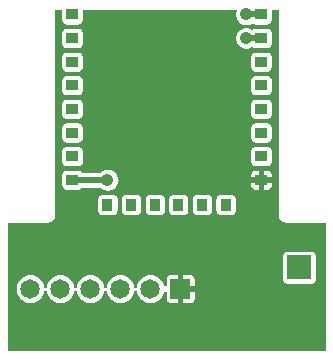
<source format=gtl>
%FSLAX33Y33*%
%MOMM*%
%AMRect-W2000000-H2000000-RO1.000*
21,1,2.,2.,0.,0.,180*%
%AMRect-W1650000-H1650000-RO0.500*
21,1,1.65,1.65,0.,0.,270*%
%ADD10C,0.0508*%
%ADD11C,0.508*%
%ADD12C,1.0668*%
%ADD13C,2.*%
%ADD14Rect-W2000000-H2000000-RO1.000*%
%ADD15R,1.X0.9*%
%ADD16R,0.9X1.*%
%ADD17C,1.65*%
%ADD18Rect-W1650000-H1650000-RO0.500*%
D10*
%LNpour fill*%
G01*
X27402Y11402D02*
X27402Y11402D01*
X24000Y11402*
X24000Y11402*
X23883Y11413*
X23883Y11413*
X23771Y11447*
X23771Y11447*
X23668Y11503*
X23668Y11503*
X23577Y11577*
X23577Y11577*
X23503Y11668*
X23503Y11668*
X23447Y11771*
X23447Y11771*
X23413Y11883*
X23413Y11883*
X23402Y12000*
X23402Y12000*
X23402Y29402*
X22908Y29402*
X22908Y28574*
X22908Y28574*
X22903Y28510*
X22903Y28510*
X22888Y28448*
X22888Y28448*
X22863Y28389*
X22863Y28389*
X22830Y28334*
X22830Y28334*
X22788Y28286*
X22788Y28286*
X22740Y28244*
X22740Y28244*
X22685Y28211*
X22685Y28211*
X22626Y28186*
X22626Y28186*
X22564Y28171*
X22564Y28171*
X22500Y28166*
X22500Y28166*
X21500Y28166*
X21500Y28166*
X21436Y28171*
X21436Y28171*
X21374Y28186*
X21374Y28186*
X21315Y28211*
X21315Y28211*
X21268Y28240*
X21086Y28144*
X21085Y28144*
X20865Y28090*
X20865Y28090*
X20638Y28090*
X20638Y28090*
X20418Y28144*
X20418Y28144*
X20217Y28249*
X20217Y28249*
X20047Y28400*
X20047Y28400*
X19919Y28586*
X19919Y28586*
X19838Y28799*
X19838Y28799*
X19811Y29024*
X19811Y29024*
X19838Y29249*
X19838Y29249*
X19896Y29402*
X6908Y29402*
X6908Y28574*
X6908Y28574*
X6903Y28510*
X6903Y28510*
X6888Y28448*
X6888Y28448*
X6863Y28389*
X6863Y28389*
X6830Y28334*
X6830Y28334*
X6788Y28286*
X6788Y28286*
X6740Y28244*
X6740Y28244*
X6685Y28211*
X6685Y28211*
X6626Y28186*
X6626Y28186*
X6564Y28171*
X6564Y28171*
X6500Y28166*
X6500Y28166*
X5500Y28166*
X5500Y28166*
X5436Y28171*
X5436Y28171*
X5374Y28186*
X5374Y28186*
X5315Y28211*
X5315Y28211*
X5260Y28244*
X5260Y28244*
X5212Y28286*
X5212Y28286*
X5170Y28334*
X5170Y28334*
X5137Y28389*
X5137Y28389*
X5112Y28448*
X5112Y28448*
X5097Y28510*
X5097Y28510*
X5092Y28574*
X5092Y28574*
X5092Y29402*
X4598Y29402*
X4598Y12000*
X4598Y12000*
X4587Y11883*
X4587Y11883*
X4553Y11771*
X4553Y11771*
X4497Y11668*
X4497Y11668*
X4423Y11577*
X4423Y11577*
X4332Y11503*
X4332Y11503*
X4229Y11447*
X4229Y11447*
X4117Y11413*
X4117Y11413*
X4000Y11402*
X4000Y11402*
X0598Y11402*
X0598Y0598*
X27402Y0598*
X27402Y11402*
X20865Y26090D02*
X20638Y26090D01*
X20418Y26144*
X20217Y26250*
X20048Y26400*
X19919Y26587*
X19838Y26799*
X19811Y27024*
X19838Y27249*
X19919Y27461*
X20048Y27648*
X20217Y27798*
X20418Y27903*
X20638Y27958*
X20865Y27958*
X21085Y27903*
X21268Y27808*
X21315Y27837*
X21374Y27861*
X21436Y27876*
X21500Y27881*
X22500Y27881*
X22564Y27876*
X22626Y27861*
X22685Y27837*
X22739Y27803*
X22788Y27762*
X22830Y27713*
X22863Y27659*
X22887Y27600*
X22902Y27538*
X22907Y27474*
X22907Y26574*
X22902Y26510*
X22887Y26448*
X22863Y26389*
X22830Y26334*
X22788Y26286*
X22739Y26244*
X22685Y26211*
X22626Y26186*
X22564Y26171*
X22500Y26166*
X21500Y26166*
X21436Y26171*
X21374Y26186*
X21315Y26211*
X21268Y26240*
X21085Y26144*
X20865Y26090*
X6500Y26166D02*
X5500Y26166D01*
X5436Y26171*
X5374Y26186*
X5315Y26211*
X5261Y26244*
X5212Y26286*
X5170Y26334*
X5137Y26389*
X5113Y26448*
X5098Y26510*
X5093Y26574*
X5093Y27474*
X5098Y27538*
X5113Y27600*
X5137Y27659*
X5170Y27713*
X5212Y27762*
X5261Y27803*
X5315Y27837*
X5374Y27861*
X5436Y27876*
X5500Y27881*
X6500Y27881*
X6564Y27876*
X6626Y27861*
X6685Y27837*
X6739Y27803*
X6788Y27762*
X6830Y27713*
X6863Y27659*
X6887Y27600*
X6902Y27538*
X6907Y27474*
X6907Y26574*
X6902Y26510*
X6887Y26448*
X6863Y26389*
X6830Y26334*
X6788Y26286*
X6739Y26244*
X6685Y26211*
X6626Y26186*
X6564Y26171*
X6500Y26166*
X6500Y24166D02*
X5500Y24166D01*
X5436Y24171*
X5374Y24186*
X5315Y24211*
X5261Y24244*
X5212Y24286*
X5170Y24334*
X5137Y24389*
X5113Y24448*
X5098Y24510*
X5093Y24574*
X5093Y25474*
X5098Y25538*
X5113Y25600*
X5137Y25659*
X5170Y25713*
X5212Y25762*
X5261Y25803*
X5315Y25837*
X5374Y25861*
X5436Y25876*
X5500Y25881*
X6500Y25881*
X6564Y25876*
X6626Y25861*
X6685Y25837*
X6739Y25803*
X6788Y25762*
X6830Y25713*
X6863Y25659*
X6887Y25600*
X6902Y25538*
X6907Y25474*
X6907Y24574*
X6902Y24510*
X6887Y24448*
X6863Y24389*
X6830Y24334*
X6788Y24286*
X6739Y24244*
X6685Y24211*
X6626Y24186*
X6564Y24171*
X6500Y24166*
X22500Y24166D02*
X21500Y24166D01*
X21436Y24171*
X21374Y24186*
X21315Y24211*
X21261Y24244*
X21212Y24286*
X21170Y24334*
X21137Y24389*
X21113Y24448*
X21098Y24510*
X21093Y24574*
X21093Y25474*
X21098Y25538*
X21113Y25600*
X21137Y25659*
X21170Y25713*
X21212Y25762*
X21261Y25803*
X21315Y25837*
X21374Y25861*
X21436Y25876*
X21500Y25881*
X22500Y25881*
X22564Y25876*
X22626Y25861*
X22685Y25837*
X22739Y25803*
X22788Y25762*
X22830Y25713*
X22863Y25659*
X22887Y25600*
X22902Y25538*
X22907Y25474*
X22907Y24574*
X22902Y24510*
X22887Y24448*
X22863Y24389*
X22830Y24334*
X22788Y24286*
X22739Y24244*
X22685Y24211*
X22626Y24186*
X22564Y24171*
X22500Y24166*
X6500Y22166D02*
X5500Y22166D01*
X5436Y22171*
X5374Y22186*
X5315Y22211*
X5261Y22244*
X5212Y22286*
X5170Y22334*
X5137Y22389*
X5113Y22448*
X5098Y22510*
X5093Y22574*
X5093Y23474*
X5098Y23538*
X5113Y23600*
X5137Y23659*
X5170Y23713*
X5212Y23762*
X5261Y23803*
X5315Y23837*
X5374Y23861*
X5436Y23876*
X5500Y23881*
X6500Y23881*
X6564Y23876*
X6626Y23861*
X6685Y23837*
X6739Y23803*
X6788Y23762*
X6830Y23713*
X6863Y23659*
X6887Y23600*
X6902Y23538*
X6907Y23474*
X6907Y22574*
X6902Y22510*
X6887Y22448*
X6863Y22389*
X6830Y22334*
X6788Y22286*
X6739Y22244*
X6685Y22211*
X6626Y22186*
X6564Y22171*
X6500Y22166*
X22500Y22166D02*
X21500Y22166D01*
X21436Y22171*
X21374Y22186*
X21315Y22211*
X21261Y22244*
X21212Y22286*
X21170Y22334*
X21137Y22389*
X21113Y22448*
X21098Y22510*
X21093Y22574*
X21093Y23474*
X21098Y23538*
X21113Y23600*
X21137Y23659*
X21170Y23713*
X21212Y23762*
X21261Y23803*
X21315Y23837*
X21374Y23861*
X21436Y23876*
X21500Y23881*
X22500Y23881*
X22564Y23876*
X22626Y23861*
X22685Y23837*
X22739Y23803*
X22788Y23762*
X22830Y23713*
X22863Y23659*
X22887Y23600*
X22902Y23538*
X22907Y23474*
X22907Y22574*
X22902Y22510*
X22887Y22448*
X22863Y22389*
X22830Y22334*
X22788Y22286*
X22739Y22244*
X22685Y22211*
X22626Y22186*
X22564Y22171*
X22500Y22166*
X6500Y20166D02*
X5500Y20166D01*
X5436Y20171*
X5374Y20186*
X5315Y20211*
X5261Y20244*
X5212Y20286*
X5170Y20334*
X5137Y20389*
X5113Y20448*
X5098Y20510*
X5093Y20574*
X5093Y21474*
X5098Y21538*
X5113Y21600*
X5137Y21659*
X5170Y21713*
X5212Y21762*
X5261Y21803*
X5315Y21837*
X5374Y21861*
X5436Y21876*
X5500Y21881*
X6500Y21881*
X6564Y21876*
X6626Y21861*
X6685Y21837*
X6739Y21803*
X6788Y21762*
X6830Y21713*
X6863Y21659*
X6887Y21600*
X6902Y21538*
X6907Y21474*
X6907Y20574*
X6902Y20510*
X6887Y20448*
X6863Y20389*
X6830Y20334*
X6788Y20286*
X6739Y20244*
X6685Y20211*
X6626Y20186*
X6564Y20171*
X6500Y20166*
X22500Y20166D02*
X21500Y20166D01*
X21436Y20171*
X21374Y20186*
X21315Y20211*
X21261Y20244*
X21212Y20286*
X21170Y20334*
X21137Y20389*
X21113Y20448*
X21098Y20510*
X21093Y20574*
X21093Y21474*
X21098Y21538*
X21113Y21600*
X21137Y21659*
X21170Y21713*
X21212Y21762*
X21261Y21803*
X21315Y21837*
X21374Y21861*
X21436Y21876*
X21500Y21881*
X22500Y21881*
X22564Y21876*
X22626Y21861*
X22685Y21837*
X22739Y21803*
X22788Y21762*
X22830Y21713*
X22863Y21659*
X22887Y21600*
X22902Y21538*
X22907Y21474*
X22907Y20574*
X22902Y20510*
X22887Y20448*
X22863Y20389*
X22830Y20334*
X22788Y20286*
X22739Y20244*
X22685Y20211*
X22626Y20186*
X22564Y20171*
X22500Y20166*
X6500Y18166D02*
X5500Y18166D01*
X5436Y18171*
X5374Y18186*
X5315Y18211*
X5261Y18244*
X5212Y18286*
X5170Y18334*
X5137Y18389*
X5113Y18448*
X5098Y18510*
X5093Y18574*
X5093Y19474*
X5098Y19538*
X5113Y19600*
X5137Y19659*
X5170Y19713*
X5212Y19762*
X5261Y19803*
X5315Y19837*
X5374Y19861*
X5436Y19876*
X5500Y19881*
X6500Y19881*
X6564Y19876*
X6626Y19861*
X6685Y19837*
X6739Y19803*
X6788Y19762*
X6830Y19713*
X6863Y19659*
X6887Y19600*
X6902Y19538*
X6907Y19474*
X6907Y18574*
X6902Y18510*
X6887Y18448*
X6863Y18389*
X6830Y18334*
X6788Y18286*
X6739Y18244*
X6685Y18211*
X6626Y18186*
X6564Y18171*
X6500Y18166*
X22500Y18166D02*
X21500Y18166D01*
X21436Y18171*
X21374Y18186*
X21315Y18211*
X21261Y18244*
X21212Y18286*
X21170Y18334*
X21137Y18389*
X21113Y18448*
X21098Y18510*
X21093Y18574*
X21093Y19474*
X21098Y19538*
X21113Y19600*
X21137Y19659*
X21170Y19713*
X21212Y19762*
X21261Y19803*
X21315Y19837*
X21374Y19861*
X21436Y19876*
X21500Y19881*
X22500Y19881*
X22564Y19876*
X22626Y19861*
X22685Y19837*
X22739Y19803*
X22788Y19762*
X22830Y19713*
X22863Y19659*
X22887Y19600*
X22902Y19538*
X22907Y19474*
X22907Y18574*
X22902Y18510*
X22887Y18448*
X22863Y18389*
X22830Y18334*
X22788Y18286*
X22739Y18244*
X22685Y18211*
X22626Y18186*
X22564Y18171*
X22500Y18166*
X6500Y16166D02*
X5500Y16166D01*
X5436Y16171*
X5374Y16186*
X5315Y16211*
X5261Y16244*
X5212Y16286*
X5170Y16334*
X5137Y16389*
X5113Y16448*
X5098Y16510*
X5093Y16574*
X5093Y17474*
X5098Y17538*
X5113Y17600*
X5137Y17659*
X5170Y17713*
X5212Y17762*
X5261Y17803*
X5315Y17837*
X5374Y17861*
X5436Y17876*
X5500Y17881*
X6500Y17881*
X6564Y17876*
X6626Y17861*
X6685Y17837*
X6739Y17803*
X6788Y17762*
X6830Y17713*
X6863Y17659*
X6887Y17600*
X6902Y17538*
X6907Y17474*
X6907Y16574*
X6902Y16510*
X6887Y16448*
X6863Y16389*
X6830Y16334*
X6788Y16286*
X6739Y16244*
X6685Y16211*
X6626Y16186*
X6564Y16171*
X6500Y16166*
X22500Y16166D02*
X21500Y16166D01*
X21436Y16171*
X21374Y16186*
X21315Y16211*
X21261Y16244*
X21212Y16286*
X21170Y16334*
X21137Y16389*
X21113Y16448*
X21098Y16510*
X21093Y16574*
X21093Y17474*
X21098Y17538*
X21113Y17600*
X21137Y17659*
X21170Y17713*
X21212Y17762*
X21261Y17803*
X21315Y17837*
X21374Y17861*
X21436Y17876*
X21500Y17881*
X22500Y17881*
X22564Y17876*
X22626Y17861*
X22685Y17837*
X22739Y17803*
X22788Y17762*
X22830Y17713*
X22863Y17659*
X22887Y17600*
X22902Y17538*
X22907Y17474*
X22907Y16574*
X22902Y16510*
X22887Y16448*
X22863Y16389*
X22830Y16334*
X22788Y16286*
X22739Y16244*
X22685Y16211*
X22626Y16186*
X22564Y16171*
X22500Y16166*
X9113Y14090D02*
X8887Y14090D01*
X8666Y14144*
X8466Y14250*
X8338Y14362*
X6847Y14362*
X6830Y14334*
X6788Y14286*
X6739Y14244*
X6685Y14211*
X6626Y14186*
X6564Y14171*
X6500Y14166*
X5500Y14166*
X5436Y14171*
X5374Y14186*
X5315Y14211*
X5261Y14244*
X5212Y14286*
X5170Y14334*
X5137Y14389*
X5113Y14448*
X5098Y14510*
X5093Y14574*
X5093Y15474*
X5098Y15538*
X5113Y15600*
X5137Y15659*
X5170Y15713*
X5212Y15762*
X5261Y15803*
X5315Y15837*
X5374Y15861*
X5436Y15876*
X5500Y15881*
X6500Y15881*
X6564Y15876*
X6626Y15861*
X6685Y15837*
X6739Y15803*
X6788Y15762*
X6830Y15713*
X6847Y15685*
X8338Y15685*
X8466Y15798*
X8666Y15903*
X8887Y15958*
X9113Y15958*
X9334Y15903*
X9534Y15798*
X9704Y15648*
X9833Y15461*
X9913Y15249*
X9941Y15024*
X9913Y14799*
X9833Y14587*
X9704Y14400*
X9534Y14250*
X9334Y14144*
X9113Y14090*
X22500Y14166D02*
X22203Y14166D01*
X22203Y14675*
X21797Y14675*
X21797Y14166*
X21500Y14166*
X21436Y14171*
X21374Y14186*
X21315Y14211*
X21261Y14244*
X21212Y14286*
X21170Y14334*
X21137Y14389*
X21113Y14448*
X21098Y14510*
X21093Y14574*
X21093Y14821*
X21602Y14821*
X21602Y15227*
X21093Y15227*
X21093Y15474*
X21098Y15538*
X21113Y15600*
X21137Y15659*
X21170Y15713*
X21212Y15762*
X21261Y15803*
X21315Y15837*
X21374Y15861*
X21436Y15876*
X21500Y15881*
X21797Y15881*
X21797Y15372*
X22203Y15372*
X22203Y15881*
X22500Y15881*
X22564Y15876*
X22626Y15861*
X22685Y15837*
X22739Y15803*
X22788Y15762*
X22830Y15713*
X22863Y15659*
X22887Y15600*
X22902Y15538*
X22907Y15474*
X22907Y15227*
X22398Y15227*
X22398Y14821*
X22907Y14821*
X22907Y14574*
X22902Y14510*
X22887Y14448*
X22863Y14389*
X22830Y14334*
X22788Y14286*
X22739Y14244*
X22685Y14211*
X22626Y14186*
X22564Y14171*
X22500Y14166*
X9450Y12016D02*
X8550Y12016D01*
X8486Y12021*
X8424Y12036*
X8365Y12061*
X8311Y12094*
X8262Y12136*
X8220Y12184*
X8187Y12239*
X8163Y12298*
X8148Y12360*
X8143Y12424*
X8143Y13424*
X8148Y13488*
X8163Y13550*
X8187Y13609*
X8220Y13663*
X8262Y13712*
X8311Y13753*
X8365Y13787*
X8424Y13811*
X8486Y13826*
X8550Y13831*
X9450Y13831*
X9514Y13826*
X9576Y13811*
X9635Y13787*
X9689Y13753*
X9738Y13712*
X9780Y13663*
X9813Y13609*
X9837Y13550*
X9852Y13488*
X9857Y13424*
X9857Y12424*
X9852Y12360*
X9837Y12298*
X9813Y12239*
X9780Y12184*
X9738Y12136*
X9689Y12094*
X9635Y12061*
X9576Y12036*
X9514Y12021*
X9450Y12016*
X11450Y12016D02*
X10550Y12016D01*
X10486Y12021*
X10424Y12036*
X10365Y12061*
X10311Y12094*
X10262Y12136*
X10220Y12184*
X10187Y12239*
X10163Y12298*
X10148Y12360*
X10143Y12424*
X10143Y13424*
X10148Y13488*
X10163Y13550*
X10187Y13609*
X10220Y13663*
X10262Y13712*
X10311Y13753*
X10365Y13787*
X10424Y13811*
X10486Y13826*
X10550Y13831*
X11450Y13831*
X11514Y13826*
X11576Y13811*
X11635Y13787*
X11689Y13753*
X11738Y13712*
X11780Y13663*
X11813Y13609*
X11837Y13550*
X11852Y13488*
X11857Y13424*
X11857Y12424*
X11852Y12360*
X11837Y12298*
X11813Y12239*
X11780Y12184*
X11738Y12136*
X11689Y12094*
X11635Y12061*
X11576Y12036*
X11514Y12021*
X11450Y12016*
X13450Y12016D02*
X12550Y12016D01*
X12486Y12021*
X12424Y12036*
X12365Y12061*
X12311Y12094*
X12262Y12136*
X12220Y12184*
X12187Y12239*
X12163Y12298*
X12148Y12360*
X12143Y12424*
X12143Y13424*
X12148Y13488*
X12163Y13550*
X12187Y13609*
X12220Y13663*
X12262Y13712*
X12311Y13753*
X12365Y13787*
X12424Y13811*
X12486Y13826*
X12550Y13831*
X13450Y13831*
X13514Y13826*
X13576Y13811*
X13635Y13787*
X13689Y13753*
X13738Y13712*
X13780Y13663*
X13813Y13609*
X13837Y13550*
X13852Y13488*
X13857Y13424*
X13857Y12424*
X13852Y12360*
X13837Y12298*
X13813Y12239*
X13780Y12184*
X13738Y12136*
X13689Y12094*
X13635Y12061*
X13576Y12036*
X13514Y12021*
X13450Y12016*
X15450Y12016D02*
X14550Y12016D01*
X14486Y12021*
X14424Y12036*
X14365Y12061*
X14311Y12094*
X14262Y12136*
X14220Y12184*
X14187Y12239*
X14163Y12298*
X14148Y12360*
X14143Y12424*
X14143Y13424*
X14148Y13488*
X14163Y13550*
X14187Y13609*
X14220Y13663*
X14262Y13712*
X14311Y13753*
X14365Y13787*
X14424Y13811*
X14486Y13826*
X14550Y13831*
X15450Y13831*
X15514Y13826*
X15576Y13811*
X15635Y13787*
X15689Y13753*
X15738Y13712*
X15780Y13663*
X15813Y13609*
X15837Y13550*
X15852Y13488*
X15857Y13424*
X15857Y12424*
X15852Y12360*
X15837Y12298*
X15813Y12239*
X15780Y12184*
X15738Y12136*
X15689Y12094*
X15635Y12061*
X15576Y12036*
X15514Y12021*
X15450Y12016*
X17450Y12016D02*
X16550Y12016D01*
X16486Y12021*
X16424Y12036*
X16365Y12061*
X16311Y12094*
X16262Y12136*
X16220Y12184*
X16187Y12239*
X16163Y12298*
X16148Y12360*
X16143Y12424*
X16143Y13424*
X16148Y13488*
X16163Y13550*
X16187Y13609*
X16220Y13663*
X16262Y13712*
X16311Y13753*
X16365Y13787*
X16424Y13811*
X16486Y13826*
X16550Y13831*
X17450Y13831*
X17514Y13826*
X17576Y13811*
X17635Y13787*
X17689Y13753*
X17738Y13712*
X17780Y13663*
X17813Y13609*
X17837Y13550*
X17852Y13488*
X17857Y13424*
X17857Y12424*
X17852Y12360*
X17837Y12298*
X17813Y12239*
X17780Y12184*
X17738Y12136*
X17689Y12094*
X17635Y12061*
X17576Y12036*
X17514Y12021*
X17450Y12016*
X19450Y12016D02*
X18550Y12016D01*
X18486Y12021*
X18424Y12036*
X18365Y12061*
X18311Y12094*
X18262Y12136*
X18220Y12184*
X18187Y12239*
X18163Y12298*
X18148Y12360*
X18143Y12424*
X18143Y13424*
X18148Y13488*
X18163Y13550*
X18187Y13609*
X18220Y13663*
X18262Y13712*
X18311Y13753*
X18365Y13787*
X18424Y13811*
X18486Y13826*
X18550Y13831*
X19450Y13831*
X19514Y13826*
X19576Y13811*
X19635Y13787*
X19689Y13753*
X19738Y13712*
X19780Y13663*
X19813Y13609*
X19837Y13550*
X19852Y13488*
X19857Y13424*
X19857Y12424*
X19852Y12360*
X19837Y12298*
X19813Y12239*
X19780Y12184*
X19738Y12136*
X19689Y12094*
X19635Y12061*
X19576Y12036*
X19514Y12021*
X19450Y12016*
X26215Y6187D02*
X24215Y6187D01*
X24151Y6192*
X24089Y6207*
X24030Y6232*
X23976Y6265*
X23927Y6307*
X23886Y6355*
X23852Y6410*
X23828Y6469*
X23813Y6531*
X23808Y6595*
X23808Y8595*
X23813Y8659*
X23828Y8721*
X23852Y8780*
X23886Y8834*
X23927Y8883*
X23976Y8924*
X24030Y8958*
X24089Y8982*
X24151Y8997*
X24215Y9002*
X26215Y9002*
X26279Y8997*
X26341Y8982*
X26400Y8958*
X26455Y8924*
X26503Y8883*
X26545Y8834*
X26578Y8780*
X26603Y8721*
X26618Y8659*
X26623Y8595*
X26623Y6595*
X26618Y6531*
X26603Y6469*
X26578Y6410*
X26545Y6355*
X26503Y6307*
X26455Y6265*
X26400Y6232*
X26341Y6207*
X26279Y6192*
X26215Y6187*
X12610Y4568D02*
X12336Y4598D01*
X12075Y4690*
X11842Y4836*
X11646Y5032*
X11500Y5265*
X11408Y5526*
X11397Y5630*
X11283Y5630*
X11272Y5526*
X11180Y5265*
X11034Y5032*
X10838Y4836*
X10605Y4690*
X10344Y4598*
X10070Y4568*
X9796Y4598*
X9535Y4690*
X9302Y4836*
X9106Y5032*
X8960Y5265*
X8868Y5526*
X8857Y5630*
X8743Y5630*
X8732Y5526*
X8640Y5265*
X8494Y5032*
X8298Y4836*
X8065Y4690*
X7804Y4598*
X7530Y4568*
X7256Y4598*
X6995Y4690*
X6762Y4836*
X6566Y5032*
X6420Y5265*
X6328Y5526*
X6317Y5630*
X6203Y5630*
X6192Y5526*
X6100Y5265*
X5954Y5032*
X5758Y4836*
X5525Y4690*
X5264Y4598*
X4990Y4568*
X4716Y4598*
X4455Y4690*
X4222Y4836*
X4026Y5032*
X3880Y5265*
X3788Y5526*
X3777Y5630*
X3663Y5630*
X3652Y5526*
X3560Y5265*
X3414Y5032*
X3218Y4836*
X2985Y4690*
X2724Y4598*
X2450Y4568*
X2176Y4598*
X1915Y4690*
X1682Y4836*
X1486Y5032*
X1340Y5265*
X1248Y5526*
X1218Y5800*
X1248Y6074*
X1340Y6335*
X1486Y6568*
X1682Y6764*
X1915Y6910*
X2176Y7002*
X2450Y7032*
X2724Y7002*
X2985Y6910*
X3218Y6764*
X3414Y6568*
X3560Y6335*
X3652Y6074*
X3663Y5970*
X3777Y5970*
X3788Y6074*
X3880Y6335*
X4026Y6568*
X4222Y6764*
X4455Y6910*
X4716Y7002*
X4990Y7032*
X5264Y7002*
X5525Y6910*
X5758Y6764*
X5954Y6568*
X6100Y6335*
X6192Y6074*
X6203Y5970*
X6317Y5970*
X6328Y6074*
X6420Y6335*
X6566Y6568*
X6762Y6764*
X6995Y6910*
X7256Y7002*
X7530Y7032*
X7804Y7002*
X8065Y6910*
X8298Y6764*
X8494Y6568*
X8640Y6335*
X8732Y6074*
X8743Y5970*
X8857Y5970*
X8868Y6074*
X8960Y6335*
X9106Y6568*
X9302Y6764*
X9535Y6910*
X9796Y7002*
X10070Y7032*
X10344Y7002*
X10605Y6910*
X10838Y6764*
X11034Y6568*
X11180Y6335*
X11272Y6074*
X11283Y5970*
X11397Y5970*
X11408Y6074*
X11500Y6335*
X11646Y6568*
X11842Y6764*
X12075Y6910*
X12336Y7002*
X12610Y7032*
X12884Y7002*
X13145Y6910*
X13378Y6764*
X13574Y6568*
X13720Y6335*
X13812Y6073*
X13918Y6091*
X13918Y6625*
X13923Y6689*
X13938Y6751*
X13962Y6810*
X13995Y6864*
X14037Y6913*
X14086Y6955*
X14140Y6988*
X14199Y7012*
X14261Y7027*
X14325Y7032*
X14950Y7032*
X14950Y6523*
X15350Y6523*
X15350Y7032*
X15975Y7032*
X16039Y7027*
X16101Y7012*
X16160Y6988*
X16214Y6955*
X16263Y6913*
X16305Y6864*
X16338Y6810*
X16362Y6751*
X16377Y6689*
X16382Y6625*
X16382Y6000*
X15873Y6000*
X15873Y5600*
X16382Y5600*
X16382Y4975*
X16377Y4911*
X16362Y4849*
X16338Y4790*
X16305Y4736*
X16263Y4687*
X16214Y4645*
X16160Y4612*
X16101Y4588*
X16039Y4573*
X15975Y4568*
X15350Y4568*
X15350Y5077*
X14950Y5077*
X14950Y4568*
X14325Y4568*
X14261Y4573*
X14199Y4588*
X14140Y4612*
X14086Y4645*
X14037Y4687*
X13995Y4736*
X13962Y4790*
X13938Y4849*
X13923Y4911*
X13918Y4975*
X13918Y5509*
X13812Y5527*
X13720Y5265*
X13574Y5032*
X13378Y4836*
X13145Y4690*
X12884Y4598*
X12610Y4568*
X0598Y0647D02*
X27402Y0647D01*
X0598Y0697D02*
X27402Y0697D01*
X0598Y0746D02*
X27402Y0746D01*
X0598Y0796D02*
X27402Y0796D01*
X0598Y0846D02*
X27402Y0846D01*
X0598Y0895D02*
X27402Y0895D01*
X0598Y0945D02*
X27402Y0945D01*
X0598Y0994D02*
X27402Y0994D01*
X0598Y1044D02*
X27402Y1044D01*
X0598Y1093D02*
X27402Y1093D01*
X0598Y1143D02*
X27402Y1143D01*
X0598Y1192D02*
X27402Y1192D01*
X0598Y1242D02*
X27402Y1242D01*
X0598Y1291D02*
X27402Y1291D01*
X0598Y1341D02*
X27402Y1341D01*
X0598Y1390D02*
X27402Y1390D01*
X0598Y1440D02*
X27402Y1440D01*
X0598Y1489D02*
X27402Y1489D01*
X0598Y1539D02*
X27402Y1539D01*
X0598Y1589D02*
X27402Y1589D01*
X0598Y1638D02*
X27402Y1638D01*
X0598Y1688D02*
X27402Y1688D01*
X0598Y1737D02*
X27402Y1737D01*
X0598Y1787D02*
X27402Y1787D01*
X0598Y1836D02*
X27402Y1836D01*
X0598Y1886D02*
X27402Y1886D01*
X0598Y1935D02*
X27402Y1935D01*
X0598Y1985D02*
X27402Y1985D01*
X0598Y2034D02*
X27402Y2034D01*
X0598Y2084D02*
X27402Y2084D01*
X0598Y2133D02*
X27402Y2133D01*
X0598Y2183D02*
X27402Y2183D01*
X0598Y2232D02*
X27402Y2232D01*
X0598Y2282D02*
X27402Y2282D01*
X0598Y2331D02*
X27402Y2331D01*
X0598Y2381D02*
X27402Y2381D01*
X0598Y2431D02*
X27402Y2431D01*
X0598Y2480D02*
X27402Y2480D01*
X0598Y2530D02*
X27402Y2530D01*
X0598Y2579D02*
X27402Y2579D01*
X0598Y2629D02*
X27402Y2629D01*
X0598Y2678D02*
X27402Y2678D01*
X0598Y2728D02*
X27402Y2728D01*
X0598Y2777D02*
X27402Y2777D01*
X0598Y2827D02*
X27402Y2827D01*
X0598Y2876D02*
X27402Y2876D01*
X0598Y2926D02*
X27402Y2926D01*
X0598Y2975D02*
X27402Y2975D01*
X0598Y3025D02*
X27402Y3025D01*
X0598Y3074D02*
X27402Y3074D01*
X0598Y3124D02*
X27402Y3124D01*
X0598Y3173D02*
X27402Y3173D01*
X0598Y3223D02*
X27402Y3223D01*
X0598Y3273D02*
X27402Y3273D01*
X0598Y3322D02*
X27402Y3322D01*
X0598Y3372D02*
X27402Y3372D01*
X0598Y3421D02*
X27402Y3421D01*
X0598Y3471D02*
X27402Y3471D01*
X0598Y3520D02*
X27402Y3520D01*
X0598Y3570D02*
X27402Y3570D01*
X0598Y3619D02*
X27402Y3619D01*
X0598Y3669D02*
X27402Y3669D01*
X0598Y3718D02*
X27402Y3718D01*
X0598Y3768D02*
X27402Y3768D01*
X0598Y3817D02*
X27402Y3817D01*
X0598Y3867D02*
X27402Y3867D01*
X0598Y3916D02*
X27402Y3916D01*
X0598Y3966D02*
X27402Y3966D01*
X0598Y4015D02*
X27402Y4015D01*
X0598Y4065D02*
X27402Y4065D01*
X0598Y4115D02*
X27402Y4115D01*
X0598Y4164D02*
X27402Y4164D01*
X0598Y4214D02*
X27402Y4214D01*
X0598Y4263D02*
X27402Y4263D01*
X0598Y4313D02*
X27402Y4313D01*
X0598Y4362D02*
X27402Y4362D01*
X0598Y4412D02*
X27402Y4412D01*
X0598Y4461D02*
X27402Y4461D01*
X0598Y4511D02*
X27402Y4511D01*
X0598Y4560D02*
X27402Y4560D01*
X0598Y4610D02*
X2143Y4610D01*
X2757Y4610D02*
X4683Y4610D01*
X5297Y4610D02*
X7223Y4610D01*
X7837Y4610D02*
X9763Y4610D01*
X10377Y4610D02*
X12303Y4610D01*
X12917Y4610D02*
X14145Y4610D01*
X14950Y4610D02*
X15350Y4610D01*
X16155Y4610D02*
X27402Y4610D01*
X0598Y4659D02*
X2001Y4659D01*
X2899Y4659D02*
X4541Y4659D01*
X5439Y4659D02*
X7081Y4659D01*
X7979Y4659D02*
X9621Y4659D01*
X10519Y4659D02*
X12161Y4659D01*
X13059Y4659D02*
X14069Y4659D01*
X14950Y4659D02*
X15350Y4659D01*
X16231Y4659D02*
X27402Y4659D01*
X0598Y4709D02*
X1884Y4709D01*
X3016Y4709D02*
X4424Y4709D01*
X5556Y4709D02*
X6964Y4709D01*
X8096Y4709D02*
X9504Y4709D01*
X10636Y4709D02*
X12044Y4709D01*
X13176Y4709D02*
X14018Y4709D01*
X14950Y4709D02*
X15350Y4709D01*
X16282Y4709D02*
X27402Y4709D01*
X0598Y4758D02*
X1805Y4758D01*
X3095Y4758D02*
X4345Y4758D01*
X5635Y4758D02*
X6885Y4758D01*
X8175Y4758D02*
X9425Y4758D01*
X10715Y4758D02*
X11965Y4758D01*
X13255Y4758D02*
X13981Y4758D01*
X14950Y4758D02*
X15350Y4758D01*
X16319Y4758D02*
X27402Y4758D01*
X0598Y4808D02*
X1727Y4808D01*
X3173Y4808D02*
X4267Y4808D01*
X5713Y4808D02*
X6807Y4808D01*
X8253Y4808D02*
X9347Y4808D01*
X10793Y4808D02*
X11887Y4808D01*
X13333Y4808D02*
X13954Y4808D01*
X14950Y4808D02*
X15350Y4808D01*
X16346Y4808D02*
X27402Y4808D01*
X0598Y4857D02*
X1660Y4857D01*
X3240Y4857D02*
X4200Y4857D01*
X5780Y4857D02*
X6740Y4857D01*
X8320Y4857D02*
X9280Y4857D01*
X10860Y4857D02*
X11820Y4857D01*
X13400Y4857D02*
X13935Y4857D01*
X14950Y4857D02*
X15350Y4857D01*
X16365Y4857D02*
X27402Y4857D01*
X0598Y4907D02*
X1611Y4907D01*
X3289Y4907D02*
X4151Y4907D01*
X5829Y4907D02*
X6691Y4907D01*
X8369Y4907D02*
X9231Y4907D01*
X10909Y4907D02*
X11771Y4907D01*
X13449Y4907D02*
X13923Y4907D01*
X14950Y4907D02*
X15350Y4907D01*
X16377Y4907D02*
X27402Y4907D01*
X0598Y4957D02*
X1561Y4957D01*
X3339Y4957D02*
X4101Y4957D01*
X5879Y4957D02*
X6641Y4957D01*
X8419Y4957D02*
X9181Y4957D01*
X10959Y4957D02*
X11721Y4957D01*
X13499Y4957D02*
X13919Y4957D01*
X14950Y4957D02*
X15350Y4957D01*
X16381Y4957D02*
X27402Y4957D01*
X0598Y5006D02*
X1512Y5006D01*
X3388Y5006D02*
X4052Y5006D01*
X5928Y5006D02*
X6592Y5006D01*
X8468Y5006D02*
X9132Y5006D01*
X11008Y5006D02*
X11672Y5006D01*
X13548Y5006D02*
X13917Y5006D01*
X14950Y5006D02*
X15350Y5006D01*
X16383Y5006D02*
X27402Y5006D01*
X0598Y5056D02*
X1471Y5056D01*
X3429Y5056D02*
X4011Y5056D01*
X5969Y5056D02*
X6551Y5056D01*
X8509Y5056D02*
X9091Y5056D01*
X11049Y5056D02*
X11631Y5056D01*
X13589Y5056D02*
X13917Y5056D01*
X14950Y5056D02*
X15350Y5056D01*
X16383Y5056D02*
X27402Y5056D01*
X0598Y5105D02*
X1440Y5105D01*
X3460Y5105D02*
X3980Y5105D01*
X6000Y5105D02*
X6520Y5105D01*
X8540Y5105D02*
X9060Y5105D01*
X11080Y5105D02*
X11600Y5105D01*
X13620Y5105D02*
X13917Y5105D01*
X16383Y5105D02*
X27402Y5105D01*
X0598Y5155D02*
X1409Y5155D01*
X3491Y5155D02*
X3949Y5155D01*
X6031Y5155D02*
X6489Y5155D01*
X8571Y5155D02*
X9029Y5155D01*
X11111Y5155D02*
X11569Y5155D01*
X13651Y5155D02*
X13917Y5155D01*
X16383Y5155D02*
X27402Y5155D01*
X0598Y5204D02*
X1378Y5204D01*
X3522Y5204D02*
X3918Y5204D01*
X6062Y5204D02*
X6458Y5204D01*
X8602Y5204D02*
X8998Y5204D01*
X11142Y5204D02*
X11538Y5204D01*
X13682Y5204D02*
X13917Y5204D01*
X16383Y5204D02*
X27402Y5204D01*
X0598Y5254D02*
X1347Y5254D01*
X3553Y5254D02*
X3887Y5254D01*
X6093Y5254D02*
X6427Y5254D01*
X8633Y5254D02*
X8967Y5254D01*
X11173Y5254D02*
X11507Y5254D01*
X13713Y5254D02*
X13917Y5254D01*
X16383Y5254D02*
X27402Y5254D01*
X0598Y5303D02*
X1326Y5303D01*
X3574Y5303D02*
X3866Y5303D01*
X6114Y5303D02*
X6406Y5303D01*
X8654Y5303D02*
X8946Y5303D01*
X11194Y5303D02*
X11486Y5303D01*
X13734Y5303D02*
X13917Y5303D01*
X16383Y5303D02*
X27402Y5303D01*
X0598Y5353D02*
X1309Y5353D01*
X3591Y5353D02*
X3849Y5353D01*
X6131Y5353D02*
X6389Y5353D01*
X8671Y5353D02*
X8929Y5353D01*
X11211Y5353D02*
X11469Y5353D01*
X13751Y5353D02*
X13917Y5353D01*
X16383Y5353D02*
X27402Y5353D01*
X0598Y5402D02*
X1291Y5402D01*
X3609Y5402D02*
X3831Y5402D01*
X6149Y5402D02*
X6371Y5402D01*
X8689Y5402D02*
X8911Y5402D01*
X11229Y5402D02*
X11451Y5402D01*
X13769Y5402D02*
X13917Y5402D01*
X16383Y5402D02*
X27402Y5402D01*
X0598Y5452D02*
X1274Y5452D01*
X3626Y5452D02*
X3814Y5452D01*
X6166Y5452D02*
X6354Y5452D01*
X8706Y5452D02*
X8894Y5452D01*
X11246Y5452D02*
X11434Y5452D01*
X13786Y5452D02*
X13917Y5452D01*
X16383Y5452D02*
X27402Y5452D01*
X0598Y5501D02*
X1257Y5501D01*
X3643Y5501D02*
X3797Y5501D01*
X6183Y5501D02*
X6337Y5501D01*
X8723Y5501D02*
X8877Y5501D01*
X11263Y5501D02*
X11417Y5501D01*
X13803Y5501D02*
X13917Y5501D01*
X16383Y5501D02*
X27402Y5501D01*
X0598Y5551D02*
X1245Y5551D01*
X3655Y5551D02*
X3785Y5551D01*
X6195Y5551D02*
X6325Y5551D01*
X8735Y5551D02*
X8865Y5551D01*
X11275Y5551D02*
X11405Y5551D01*
X16383Y5551D02*
X27402Y5551D01*
X0598Y5600D02*
X1240Y5600D01*
X3660Y5600D02*
X3780Y5600D01*
X6200Y5600D02*
X6320Y5600D01*
X8740Y5600D02*
X8860Y5600D01*
X11280Y5600D02*
X11400Y5600D01*
X15874Y5600D02*
X27402Y5600D01*
X0598Y5650D02*
X1234Y5650D01*
X15874Y5650D02*
X27402Y5650D01*
X0598Y5699D02*
X1229Y5699D01*
X15874Y5699D02*
X27402Y5699D01*
X0598Y5749D02*
X1223Y5749D01*
X15874Y5749D02*
X27402Y5749D01*
X0598Y5799D02*
X1218Y5799D01*
X15874Y5799D02*
X27402Y5799D01*
X0598Y5848D02*
X1223Y5848D01*
X15874Y5848D02*
X27402Y5848D01*
X0598Y5898D02*
X1228Y5898D01*
X15874Y5898D02*
X27402Y5898D01*
X0598Y5947D02*
X1234Y5947D01*
X15874Y5947D02*
X27402Y5947D01*
X0598Y5997D02*
X1240Y5997D01*
X3660Y5997D02*
X3780Y5997D01*
X6200Y5997D02*
X6320Y5997D01*
X8740Y5997D02*
X8860Y5997D01*
X11280Y5997D02*
X11400Y5997D01*
X15874Y5997D02*
X27402Y5997D01*
X0598Y6046D02*
X1245Y6046D01*
X3655Y6046D02*
X3785Y6046D01*
X6195Y6046D02*
X6325Y6046D01*
X8735Y6046D02*
X8865Y6046D01*
X11275Y6046D02*
X11405Y6046D01*
X16383Y6046D02*
X27402Y6046D01*
X0598Y6096D02*
X1256Y6096D01*
X3644Y6096D02*
X3796Y6096D01*
X6184Y6096D02*
X6336Y6096D01*
X8724Y6096D02*
X8876Y6096D01*
X11264Y6096D02*
X11416Y6096D01*
X13804Y6096D02*
X13917Y6096D01*
X16383Y6096D02*
X27402Y6096D01*
X0598Y6145D02*
X1273Y6145D01*
X3627Y6145D02*
X3813Y6145D01*
X6167Y6145D02*
X6353Y6145D01*
X8707Y6145D02*
X8893Y6145D01*
X11247Y6145D02*
X11433Y6145D01*
X13787Y6145D02*
X13917Y6145D01*
X16383Y6145D02*
X27402Y6145D01*
X0598Y6195D02*
X1290Y6195D01*
X3610Y6195D02*
X3830Y6195D01*
X6150Y6195D02*
X6370Y6195D01*
X8690Y6195D02*
X8910Y6195D01*
X11230Y6195D02*
X11450Y6195D01*
X13770Y6195D02*
X13917Y6195D01*
X16383Y6195D02*
X24140Y6195D01*
X26290Y6195D02*
X27402Y6195D01*
X0598Y6244D02*
X1308Y6244D01*
X3592Y6244D02*
X3848Y6244D01*
X6132Y6244D02*
X6388Y6244D01*
X8672Y6244D02*
X8928Y6244D01*
X11212Y6244D02*
X11468Y6244D01*
X13752Y6244D02*
X13917Y6244D01*
X16383Y6244D02*
X24009Y6244D01*
X26421Y6244D02*
X27402Y6244D01*
X0598Y6294D02*
X1325Y6294D01*
X3575Y6294D02*
X3865Y6294D01*
X6115Y6294D02*
X6405Y6294D01*
X8655Y6294D02*
X8945Y6294D01*
X11195Y6294D02*
X11485Y6294D01*
X13735Y6294D02*
X13917Y6294D01*
X16383Y6294D02*
X23942Y6294D01*
X26489Y6294D02*
X27402Y6294D01*
X0598Y6343D02*
X1345Y6343D01*
X3555Y6343D02*
X3885Y6343D01*
X6095Y6343D02*
X6425Y6343D01*
X8635Y6343D02*
X8965Y6343D01*
X11175Y6343D02*
X11505Y6343D01*
X13715Y6343D02*
X13917Y6343D01*
X16383Y6343D02*
X23895Y6343D01*
X26535Y6343D02*
X27402Y6343D01*
X0598Y6393D02*
X1376Y6393D01*
X3524Y6393D02*
X3916Y6393D01*
X6064Y6393D02*
X6456Y6393D01*
X8604Y6393D02*
X8996Y6393D01*
X11144Y6393D02*
X11536Y6393D01*
X13684Y6393D02*
X13917Y6393D01*
X16383Y6393D02*
X23862Y6393D01*
X26568Y6393D02*
X27402Y6393D01*
X0598Y6442D02*
X1407Y6442D01*
X3493Y6442D02*
X3947Y6442D01*
X6033Y6442D02*
X6487Y6442D01*
X8573Y6442D02*
X9027Y6442D01*
X11113Y6442D02*
X11567Y6442D01*
X13653Y6442D02*
X13917Y6442D01*
X16383Y6442D02*
X23838Y6442D01*
X26592Y6442D02*
X27402Y6442D01*
X0598Y6492D02*
X1438Y6492D01*
X3462Y6492D02*
X3978Y6492D01*
X6002Y6492D02*
X6518Y6492D01*
X8542Y6492D02*
X9058Y6492D01*
X11082Y6492D02*
X11598Y6492D01*
X13622Y6492D02*
X13917Y6492D01*
X16383Y6492D02*
X23822Y6492D01*
X26608Y6492D02*
X27402Y6492D01*
X0598Y6542D02*
X1469Y6542D01*
X3431Y6542D02*
X4009Y6542D01*
X5971Y6542D02*
X6549Y6542D01*
X8511Y6542D02*
X9089Y6542D01*
X11051Y6542D02*
X11629Y6542D01*
X13591Y6542D02*
X13917Y6542D01*
X14950Y6542D02*
X15350Y6542D01*
X16383Y6542D02*
X23812Y6542D01*
X26619Y6542D02*
X27402Y6542D01*
X0598Y6591D02*
X1509Y6591D01*
X3391Y6591D02*
X4049Y6591D01*
X5931Y6591D02*
X6589Y6591D01*
X8471Y6591D02*
X9129Y6591D01*
X11011Y6591D02*
X11669Y6591D01*
X13551Y6591D02*
X13917Y6591D01*
X14950Y6591D02*
X15350Y6591D01*
X16383Y6591D02*
X23808Y6591D01*
X26623Y6591D02*
X27402Y6591D01*
X0598Y6641D02*
X1558Y6641D01*
X3342Y6641D02*
X4098Y6641D01*
X5882Y6641D02*
X6638Y6641D01*
X8422Y6641D02*
X9178Y6641D01*
X10962Y6641D02*
X11718Y6641D01*
X13502Y6641D02*
X13919Y6641D01*
X14950Y6641D02*
X15350Y6641D01*
X16381Y6641D02*
X23808Y6641D01*
X26623Y6641D02*
X27402Y6641D01*
X0598Y6690D02*
X1608Y6690D01*
X3292Y6690D02*
X4148Y6690D01*
X5832Y6690D02*
X6688Y6690D01*
X8372Y6690D02*
X9228Y6690D01*
X10912Y6690D02*
X11768Y6690D01*
X13452Y6690D02*
X13923Y6690D01*
X14950Y6690D02*
X15350Y6690D01*
X16377Y6690D02*
X23808Y6690D01*
X26623Y6690D02*
X27402Y6690D01*
X0598Y6740D02*
X1657Y6740D01*
X3243Y6740D02*
X4197Y6740D01*
X5783Y6740D02*
X6737Y6740D01*
X8323Y6740D02*
X9277Y6740D01*
X10863Y6740D02*
X11817Y6740D01*
X13403Y6740D02*
X13935Y6740D01*
X14950Y6740D02*
X15350Y6740D01*
X16365Y6740D02*
X23808Y6740D01*
X26623Y6740D02*
X27402Y6740D01*
X0598Y6789D02*
X1722Y6789D01*
X3178Y6789D02*
X4262Y6789D01*
X5718Y6789D02*
X6802Y6789D01*
X8258Y6789D02*
X9342Y6789D01*
X10798Y6789D02*
X11882Y6789D01*
X13338Y6789D02*
X13953Y6789D01*
X14950Y6789D02*
X15350Y6789D01*
X16347Y6789D02*
X23808Y6789D01*
X26623Y6789D02*
X27402Y6789D01*
X0598Y6839D02*
X1801Y6839D01*
X3099Y6839D02*
X4341Y6839D01*
X5639Y6839D02*
X6881Y6839D01*
X8179Y6839D02*
X9421Y6839D01*
X10719Y6839D02*
X11961Y6839D01*
X13259Y6839D02*
X13979Y6839D01*
X14950Y6839D02*
X15350Y6839D01*
X16321Y6839D02*
X23808Y6839D01*
X26623Y6839D02*
X27402Y6839D01*
X0598Y6888D02*
X1880Y6888D01*
X3020Y6888D02*
X4420Y6888D01*
X5560Y6888D02*
X6960Y6888D01*
X8100Y6888D02*
X9500Y6888D01*
X10640Y6888D02*
X12040Y6888D01*
X13180Y6888D02*
X14015Y6888D01*
X14950Y6888D02*
X15350Y6888D01*
X16285Y6888D02*
X23808Y6888D01*
X26623Y6888D02*
X27402Y6888D01*
X0598Y6938D02*
X1993Y6938D01*
X2907Y6938D02*
X4533Y6938D01*
X5447Y6938D02*
X7073Y6938D01*
X7987Y6938D02*
X9613Y6938D01*
X10527Y6938D02*
X12153Y6938D01*
X13067Y6938D02*
X14065Y6938D01*
X14950Y6938D02*
X15350Y6938D01*
X16235Y6938D02*
X23808Y6938D01*
X26623Y6938D02*
X27402Y6938D01*
X0598Y6987D02*
X2134Y6987D01*
X2766Y6987D02*
X4674Y6987D01*
X5306Y6987D02*
X7214Y6987D01*
X7846Y6987D02*
X9754Y6987D01*
X10386Y6987D02*
X12294Y6987D01*
X12926Y6987D02*
X14138Y6987D01*
X14950Y6987D02*
X15350Y6987D01*
X16162Y6987D02*
X23808Y6987D01*
X26623Y6987D02*
X27402Y6987D01*
X0598Y7037D02*
X23808Y7037D01*
X26623Y7037D02*
X27402Y7037D01*
X0598Y7086D02*
X23808Y7086D01*
X26623Y7086D02*
X27402Y7086D01*
X0598Y7136D02*
X23808Y7136D01*
X26623Y7136D02*
X27402Y7136D01*
X0598Y7185D02*
X23808Y7185D01*
X26623Y7185D02*
X27402Y7185D01*
X0598Y7235D02*
X23808Y7235D01*
X26623Y7235D02*
X27402Y7235D01*
X0598Y7284D02*
X23808Y7284D01*
X26623Y7284D02*
X27402Y7284D01*
X0598Y7334D02*
X23808Y7334D01*
X26623Y7334D02*
X27402Y7334D01*
X0598Y7384D02*
X23808Y7384D01*
X26623Y7384D02*
X27402Y7384D01*
X0598Y7433D02*
X23808Y7433D01*
X26623Y7433D02*
X27402Y7433D01*
X0598Y7483D02*
X23808Y7483D01*
X26623Y7483D02*
X27402Y7483D01*
X0598Y7532D02*
X23808Y7532D01*
X26623Y7532D02*
X27402Y7532D01*
X0598Y7582D02*
X23808Y7582D01*
X26623Y7582D02*
X27402Y7582D01*
X0598Y7631D02*
X23808Y7631D01*
X26623Y7631D02*
X27402Y7631D01*
X0598Y7681D02*
X23808Y7681D01*
X26623Y7681D02*
X27402Y7681D01*
X0598Y7730D02*
X23808Y7730D01*
X26623Y7730D02*
X27402Y7730D01*
X0598Y7780D02*
X23808Y7780D01*
X26623Y7780D02*
X27402Y7780D01*
X0598Y7829D02*
X23808Y7829D01*
X26623Y7829D02*
X27402Y7829D01*
X0598Y7879D02*
X23808Y7879D01*
X26623Y7879D02*
X27402Y7879D01*
X0598Y7928D02*
X23808Y7928D01*
X26623Y7928D02*
X27402Y7928D01*
X0598Y7978D02*
X23808Y7978D01*
X26623Y7978D02*
X27402Y7978D01*
X0598Y8027D02*
X23808Y8027D01*
X26623Y8027D02*
X27402Y8027D01*
X0598Y8077D02*
X23808Y8077D01*
X26623Y8077D02*
X27402Y8077D01*
X0598Y8126D02*
X23808Y8126D01*
X26623Y8126D02*
X27402Y8126D01*
X0598Y8176D02*
X23808Y8176D01*
X26623Y8176D02*
X27402Y8176D01*
X0598Y8226D02*
X23808Y8226D01*
X26623Y8226D02*
X27402Y8226D01*
X0598Y8275D02*
X23808Y8275D01*
X26623Y8275D02*
X27402Y8275D01*
X0598Y8325D02*
X23808Y8325D01*
X26623Y8325D02*
X27402Y8325D01*
X0598Y8374D02*
X23808Y8374D01*
X26623Y8374D02*
X27402Y8374D01*
X0598Y8424D02*
X23808Y8424D01*
X26623Y8424D02*
X27402Y8424D01*
X0598Y8473D02*
X23808Y8473D01*
X26623Y8473D02*
X27402Y8473D01*
X0598Y8523D02*
X23808Y8523D01*
X26623Y8523D02*
X27402Y8523D01*
X0598Y8572D02*
X23808Y8572D01*
X26623Y8572D02*
X27402Y8572D01*
X0598Y8622D02*
X23810Y8622D01*
X26621Y8622D02*
X27402Y8622D01*
X0598Y8671D02*
X23816Y8671D01*
X26615Y8671D02*
X27402Y8671D01*
X0598Y8721D02*
X23828Y8721D01*
X26603Y8721D02*
X27402Y8721D01*
X0598Y8770D02*
X23848Y8770D01*
X26582Y8770D02*
X27402Y8770D01*
X0598Y8820D02*
X23876Y8820D01*
X26554Y8820D02*
X27402Y8820D01*
X0598Y8869D02*
X23915Y8869D01*
X26515Y8869D02*
X27402Y8869D01*
X0598Y8919D02*
X23969Y8919D01*
X26461Y8919D02*
X27402Y8919D01*
X0598Y8968D02*
X24055Y8968D01*
X26375Y8968D02*
X27402Y8968D01*
X0598Y9018D02*
X27402Y9018D01*
X0598Y9068D02*
X27402Y9068D01*
X0598Y9117D02*
X27402Y9117D01*
X0598Y9167D02*
X27402Y9167D01*
X0598Y9216D02*
X27402Y9216D01*
X0598Y9266D02*
X27402Y9266D01*
X0598Y9315D02*
X27402Y9315D01*
X0598Y9365D02*
X27402Y9365D01*
X0598Y9414D02*
X27402Y9414D01*
X0598Y9464D02*
X27402Y9464D01*
X0598Y9513D02*
X27402Y9513D01*
X0598Y9563D02*
X27402Y9563D01*
X0598Y9612D02*
X27402Y9612D01*
X0598Y9662D02*
X27402Y9662D01*
X0598Y9711D02*
X27402Y9711D01*
X0598Y9761D02*
X27402Y9761D01*
X0598Y9810D02*
X27402Y9810D01*
X0598Y9860D02*
X27402Y9860D01*
X0598Y9910D02*
X27402Y9910D01*
X0598Y9959D02*
X27402Y9959D01*
X0598Y10009D02*
X27402Y10009D01*
X0598Y10058D02*
X27402Y10058D01*
X0598Y10108D02*
X27402Y10108D01*
X0598Y10157D02*
X27402Y10157D01*
X0598Y10207D02*
X27402Y10207D01*
X0598Y10256D02*
X27402Y10256D01*
X0598Y10306D02*
X27402Y10306D01*
X0598Y10355D02*
X27402Y10355D01*
X0598Y10405D02*
X27402Y10405D01*
X0598Y10454D02*
X27402Y10454D01*
X0598Y10504D02*
X27402Y10504D01*
X0598Y10553D02*
X27402Y10553D01*
X0598Y10603D02*
X27402Y10603D01*
X0598Y10652D02*
X27402Y10652D01*
X0598Y10702D02*
X27402Y10702D01*
X0598Y10752D02*
X27402Y10752D01*
X0598Y10801D02*
X27402Y10801D01*
X0598Y10851D02*
X27402Y10851D01*
X0598Y10900D02*
X27402Y10900D01*
X0598Y10950D02*
X27402Y10950D01*
X0598Y10999D02*
X27402Y10999D01*
X0598Y11049D02*
X27402Y11049D01*
X0598Y11098D02*
X27402Y11098D01*
X0598Y11148D02*
X27402Y11148D01*
X0598Y11197D02*
X27402Y11197D01*
X0598Y11247D02*
X27402Y11247D01*
X0598Y11296D02*
X27402Y11296D01*
X0598Y11346D02*
X27402Y11346D01*
X0598Y11395D02*
X27402Y11395D01*
X4220Y11445D02*
X23780Y11445D01*
X4317Y11495D02*
X23683Y11495D01*
X4382Y11544D02*
X23618Y11544D01*
X4436Y11594D02*
X23564Y11594D01*
X4477Y11643D02*
X23523Y11643D01*
X4510Y11693D02*
X23490Y11693D01*
X4537Y11742D02*
X23463Y11742D01*
X4559Y11792D02*
X23441Y11792D01*
X4574Y11841D02*
X23426Y11841D01*
X4587Y11891D02*
X23413Y11891D01*
X4592Y11940D02*
X23408Y11940D01*
X4597Y11990D02*
X23403Y11990D01*
X4598Y12039D02*
X8416Y12039D01*
X9584Y12039D02*
X10416Y12039D01*
X11584Y12039D02*
X12416Y12039D01*
X13584Y12039D02*
X14416Y12039D01*
X15584Y12039D02*
X16416Y12039D01*
X17584Y12039D02*
X18416Y12039D01*
X19584Y12039D02*
X23402Y12039D01*
X4598Y12089D02*
X8319Y12089D01*
X9681Y12089D02*
X10319Y12089D01*
X11681Y12089D02*
X12319Y12089D01*
X13681Y12089D02*
X14319Y12089D01*
X15681Y12089D02*
X16319Y12089D01*
X17681Y12089D02*
X18319Y12089D01*
X19681Y12089D02*
X23402Y12089D01*
X4598Y12138D02*
X8259Y12138D01*
X9741Y12138D02*
X10259Y12138D01*
X11741Y12138D02*
X12259Y12138D01*
X13741Y12138D02*
X14259Y12138D01*
X15741Y12138D02*
X16259Y12138D01*
X17741Y12138D02*
X18259Y12138D01*
X19741Y12138D02*
X23402Y12138D01*
X4598Y12188D02*
X8218Y12188D01*
X9782Y12188D02*
X10218Y12188D01*
X11782Y12188D02*
X12218Y12188D01*
X13782Y12188D02*
X14218Y12188D01*
X15782Y12188D02*
X16218Y12188D01*
X17782Y12188D02*
X18218Y12188D01*
X19782Y12188D02*
X23402Y12188D01*
X4598Y12237D02*
X8188Y12237D01*
X9812Y12237D02*
X10188Y12237D01*
X11812Y12237D02*
X12188Y12237D01*
X13812Y12237D02*
X14188Y12237D01*
X15812Y12237D02*
X16188Y12237D01*
X17812Y12237D02*
X18188Y12237D01*
X19812Y12237D02*
X23402Y12237D01*
X4598Y12287D02*
X8167Y12287D01*
X9833Y12287D02*
X10167Y12287D01*
X11833Y12287D02*
X12167Y12287D01*
X13833Y12287D02*
X14167Y12287D01*
X15833Y12287D02*
X16167Y12287D01*
X17833Y12287D02*
X18167Y12287D01*
X19833Y12287D02*
X23402Y12287D01*
X4598Y12337D02*
X8153Y12337D01*
X9847Y12337D02*
X10153Y12337D01*
X11847Y12337D02*
X12153Y12337D01*
X13847Y12337D02*
X14153Y12337D01*
X15847Y12337D02*
X16153Y12337D01*
X17847Y12337D02*
X18153Y12337D01*
X19847Y12337D02*
X23402Y12337D01*
X4598Y12386D02*
X8145Y12386D01*
X9855Y12386D02*
X10145Y12386D01*
X11855Y12386D02*
X12145Y12386D01*
X13855Y12386D02*
X14145Y12386D01*
X15855Y12386D02*
X16145Y12386D01*
X17855Y12386D02*
X18145Y12386D01*
X19855Y12386D02*
X23402Y12386D01*
X4598Y12436D02*
X8142Y12436D01*
X9858Y12436D02*
X10142Y12436D01*
X11858Y12436D02*
X12142Y12436D01*
X13858Y12436D02*
X14142Y12436D01*
X15858Y12436D02*
X16142Y12436D01*
X17858Y12436D02*
X18142Y12436D01*
X19858Y12436D02*
X23402Y12436D01*
X4598Y12485D02*
X8142Y12485D01*
X9858Y12485D02*
X10142Y12485D01*
X11858Y12485D02*
X12142Y12485D01*
X13858Y12485D02*
X14142Y12485D01*
X15858Y12485D02*
X16142Y12485D01*
X17858Y12485D02*
X18142Y12485D01*
X19858Y12485D02*
X23402Y12485D01*
X4598Y12535D02*
X8142Y12535D01*
X9858Y12535D02*
X10142Y12535D01*
X11858Y12535D02*
X12142Y12535D01*
X13858Y12535D02*
X14142Y12535D01*
X15858Y12535D02*
X16142Y12535D01*
X17858Y12535D02*
X18142Y12535D01*
X19858Y12535D02*
X23402Y12535D01*
X4598Y12584D02*
X8142Y12584D01*
X9858Y12584D02*
X10142Y12584D01*
X11858Y12584D02*
X12142Y12584D01*
X13858Y12584D02*
X14142Y12584D01*
X15858Y12584D02*
X16142Y12584D01*
X17858Y12584D02*
X18142Y12584D01*
X19858Y12584D02*
X23402Y12584D01*
X4598Y12634D02*
X8142Y12634D01*
X9858Y12634D02*
X10142Y12634D01*
X11858Y12634D02*
X12142Y12634D01*
X13858Y12634D02*
X14142Y12634D01*
X15858Y12634D02*
X16142Y12634D01*
X17858Y12634D02*
X18142Y12634D01*
X19858Y12634D02*
X23402Y12634D01*
X4598Y12683D02*
X8142Y12683D01*
X9858Y12683D02*
X10142Y12683D01*
X11858Y12683D02*
X12142Y12683D01*
X13858Y12683D02*
X14142Y12683D01*
X15858Y12683D02*
X16142Y12683D01*
X17858Y12683D02*
X18142Y12683D01*
X19858Y12683D02*
X23402Y12683D01*
X4598Y12733D02*
X8142Y12733D01*
X9858Y12733D02*
X10142Y12733D01*
X11858Y12733D02*
X12142Y12733D01*
X13858Y12733D02*
X14142Y12733D01*
X15858Y12733D02*
X16142Y12733D01*
X17858Y12733D02*
X18142Y12733D01*
X19858Y12733D02*
X23402Y12733D01*
X4598Y12782D02*
X8142Y12782D01*
X9858Y12782D02*
X10142Y12782D01*
X11858Y12782D02*
X12142Y12782D01*
X13858Y12782D02*
X14142Y12782D01*
X15858Y12782D02*
X16142Y12782D01*
X17858Y12782D02*
X18142Y12782D01*
X19858Y12782D02*
X23402Y12782D01*
X4598Y12832D02*
X8142Y12832D01*
X9858Y12832D02*
X10142Y12832D01*
X11858Y12832D02*
X12142Y12832D01*
X13858Y12832D02*
X14142Y12832D01*
X15858Y12832D02*
X16142Y12832D01*
X17858Y12832D02*
X18142Y12832D01*
X19858Y12832D02*
X23402Y12832D01*
X4598Y12881D02*
X8142Y12881D01*
X9858Y12881D02*
X10142Y12881D01*
X11858Y12881D02*
X12142Y12881D01*
X13858Y12881D02*
X14142Y12881D01*
X15858Y12881D02*
X16142Y12881D01*
X17858Y12881D02*
X18142Y12881D01*
X19858Y12881D02*
X23402Y12881D01*
X4598Y12931D02*
X8142Y12931D01*
X9858Y12931D02*
X10142Y12931D01*
X11858Y12931D02*
X12142Y12931D01*
X13858Y12931D02*
X14142Y12931D01*
X15858Y12931D02*
X16142Y12931D01*
X17858Y12931D02*
X18142Y12931D01*
X19858Y12931D02*
X23402Y12931D01*
X4598Y12980D02*
X8142Y12980D01*
X9858Y12980D02*
X10142Y12980D01*
X11858Y12980D02*
X12142Y12980D01*
X13858Y12980D02*
X14142Y12980D01*
X15858Y12980D02*
X16142Y12980D01*
X17858Y12980D02*
X18142Y12980D01*
X19858Y12980D02*
X23402Y12980D01*
X4598Y13030D02*
X8142Y13030D01*
X9858Y13030D02*
X10142Y13030D01*
X11858Y13030D02*
X12142Y13030D01*
X13858Y13030D02*
X14142Y13030D01*
X15858Y13030D02*
X16142Y13030D01*
X17858Y13030D02*
X18142Y13030D01*
X19858Y13030D02*
X23402Y13030D01*
X4598Y13079D02*
X8142Y13079D01*
X9858Y13079D02*
X10142Y13079D01*
X11858Y13079D02*
X12142Y13079D01*
X13858Y13079D02*
X14142Y13079D01*
X15858Y13079D02*
X16142Y13079D01*
X17858Y13079D02*
X18142Y13079D01*
X19858Y13079D02*
X23402Y13079D01*
X4598Y13129D02*
X8142Y13129D01*
X9858Y13129D02*
X10142Y13129D01*
X11858Y13129D02*
X12142Y13129D01*
X13858Y13129D02*
X14142Y13129D01*
X15858Y13129D02*
X16142Y13129D01*
X17858Y13129D02*
X18142Y13129D01*
X19858Y13129D02*
X23402Y13129D01*
X4598Y13179D02*
X8142Y13179D01*
X9858Y13179D02*
X10142Y13179D01*
X11858Y13179D02*
X12142Y13179D01*
X13858Y13179D02*
X14142Y13179D01*
X15858Y13179D02*
X16142Y13179D01*
X17858Y13179D02*
X18142Y13179D01*
X19858Y13179D02*
X23402Y13179D01*
X4598Y13228D02*
X8142Y13228D01*
X9858Y13228D02*
X10142Y13228D01*
X11858Y13228D02*
X12142Y13228D01*
X13858Y13228D02*
X14142Y13228D01*
X15858Y13228D02*
X16142Y13228D01*
X17858Y13228D02*
X18142Y13228D01*
X19858Y13228D02*
X23402Y13228D01*
X4598Y13278D02*
X8142Y13278D01*
X9858Y13278D02*
X10142Y13278D01*
X11858Y13278D02*
X12142Y13278D01*
X13858Y13278D02*
X14142Y13278D01*
X15858Y13278D02*
X16142Y13278D01*
X17858Y13278D02*
X18142Y13278D01*
X19858Y13278D02*
X23402Y13278D01*
X4598Y13327D02*
X8142Y13327D01*
X9858Y13327D02*
X10142Y13327D01*
X11858Y13327D02*
X12142Y13327D01*
X13858Y13327D02*
X14142Y13327D01*
X15858Y13327D02*
X16142Y13327D01*
X17858Y13327D02*
X18142Y13327D01*
X19858Y13327D02*
X23402Y13327D01*
X4598Y13377D02*
X8142Y13377D01*
X9858Y13377D02*
X10142Y13377D01*
X11858Y13377D02*
X12142Y13377D01*
X13858Y13377D02*
X14142Y13377D01*
X15858Y13377D02*
X16142Y13377D01*
X17858Y13377D02*
X18142Y13377D01*
X19858Y13377D02*
X23402Y13377D01*
X4598Y13426D02*
X8143Y13426D01*
X9857Y13426D02*
X10143Y13426D01*
X11857Y13426D02*
X12143Y13426D01*
X13857Y13426D02*
X14143Y13426D01*
X15857Y13426D02*
X16143Y13426D01*
X17857Y13426D02*
X18143Y13426D01*
X19857Y13426D02*
X23402Y13426D01*
X4598Y13476D02*
X8146Y13476D01*
X9854Y13476D02*
X10146Y13476D01*
X11854Y13476D02*
X12146Y13476D01*
X13854Y13476D02*
X14146Y13476D01*
X15854Y13476D02*
X16146Y13476D01*
X17854Y13476D02*
X18146Y13476D01*
X19854Y13476D02*
X23402Y13476D01*
X4598Y13525D02*
X8156Y13525D01*
X9844Y13525D02*
X10156Y13525D01*
X11844Y13525D02*
X12156Y13525D01*
X13844Y13525D02*
X14156Y13525D01*
X15844Y13525D02*
X16156Y13525D01*
X17844Y13525D02*
X18156Y13525D01*
X19844Y13525D02*
X23402Y13525D01*
X4598Y13575D02*
X8173Y13575D01*
X9827Y13575D02*
X10173Y13575D01*
X11827Y13575D02*
X12173Y13575D01*
X13827Y13575D02*
X14173Y13575D01*
X15827Y13575D02*
X16173Y13575D01*
X17827Y13575D02*
X18173Y13575D01*
X19827Y13575D02*
X23402Y13575D01*
X4598Y13624D02*
X8196Y13624D01*
X9804Y13624D02*
X10196Y13624D01*
X11804Y13624D02*
X12196Y13624D01*
X13804Y13624D02*
X14196Y13624D01*
X15804Y13624D02*
X16196Y13624D01*
X17804Y13624D02*
X18196Y13624D01*
X19804Y13624D02*
X23402Y13624D01*
X4598Y13674D02*
X8229Y13674D01*
X9771Y13674D02*
X10229Y13674D01*
X11771Y13674D02*
X12229Y13674D01*
X13771Y13674D02*
X14229Y13674D01*
X15771Y13674D02*
X16229Y13674D01*
X17771Y13674D02*
X18229Y13674D01*
X19771Y13674D02*
X23402Y13674D01*
X4598Y13723D02*
X8275Y13723D01*
X9725Y13723D02*
X10275Y13723D01*
X11725Y13723D02*
X12275Y13723D01*
X13725Y13723D02*
X14275Y13723D01*
X15725Y13723D02*
X16275Y13723D01*
X17725Y13723D02*
X18275Y13723D01*
X19725Y13723D02*
X23402Y13723D01*
X4598Y13773D02*
X8342Y13773D01*
X9658Y13773D02*
X10342Y13773D01*
X11658Y13773D02*
X12342Y13773D01*
X13658Y13773D02*
X14342Y13773D01*
X15658Y13773D02*
X16342Y13773D01*
X17658Y13773D02*
X18342Y13773D01*
X19658Y13773D02*
X23402Y13773D01*
X4598Y13822D02*
X8469Y13822D01*
X9531Y13822D02*
X10469Y13822D01*
X11531Y13822D02*
X12469Y13822D01*
X13531Y13822D02*
X14469Y13822D01*
X15531Y13822D02*
X16469Y13822D01*
X17531Y13822D02*
X18469Y13822D01*
X19531Y13822D02*
X23402Y13822D01*
X4598Y13872D02*
X23402Y13872D01*
X4598Y13921D02*
X23402Y13921D01*
X4598Y13971D02*
X23402Y13971D01*
X4598Y14021D02*
X23402Y14021D01*
X4598Y14070D02*
X23402Y14070D01*
X4598Y14120D02*
X8765Y14120D01*
X9235Y14120D02*
X23402Y14120D01*
X4598Y14169D02*
X5462Y14169D01*
X6538Y14169D02*
X8618Y14169D01*
X9382Y14169D02*
X21462Y14169D01*
X21797Y14169D02*
X22203Y14169D01*
X22538Y14169D02*
X23402Y14169D01*
X4598Y14219D02*
X5302Y14219D01*
X6698Y14219D02*
X8524Y14219D01*
X9476Y14219D02*
X21302Y14219D01*
X21797Y14219D02*
X22203Y14219D01*
X22698Y14219D02*
X23402Y14219D01*
X4598Y14268D02*
X5232Y14268D01*
X6768Y14268D02*
X8444Y14268D01*
X9556Y14268D02*
X21232Y14268D01*
X21797Y14268D02*
X22203Y14268D01*
X22768Y14268D02*
X23402Y14268D01*
X4598Y14318D02*
X5184Y14318D01*
X6816Y14318D02*
X8388Y14318D01*
X9612Y14318D02*
X21184Y14318D01*
X21797Y14318D02*
X22203Y14318D01*
X22816Y14318D02*
X23402Y14318D01*
X4598Y14367D02*
X5150Y14367D01*
X9668Y14367D02*
X21150Y14367D01*
X21797Y14367D02*
X22203Y14367D01*
X22850Y14367D02*
X23402Y14367D01*
X4598Y14417D02*
X5125Y14417D01*
X9716Y14417D02*
X21125Y14417D01*
X21797Y14417D02*
X22203Y14417D01*
X22875Y14417D02*
X23402Y14417D01*
X4598Y14466D02*
X5108Y14466D01*
X9750Y14466D02*
X21108Y14466D01*
X21797Y14466D02*
X22203Y14466D01*
X22892Y14466D02*
X23402Y14466D01*
X4598Y14516D02*
X5097Y14516D01*
X9785Y14516D02*
X21097Y14516D01*
X21797Y14516D02*
X22203Y14516D01*
X22903Y14516D02*
X23402Y14516D01*
X4598Y14565D02*
X5093Y14565D01*
X9819Y14565D02*
X21093Y14565D01*
X21797Y14565D02*
X22203Y14565D01*
X22907Y14565D02*
X23402Y14565D01*
X4598Y14615D02*
X5092Y14615D01*
X9844Y14615D02*
X21092Y14615D01*
X21797Y14615D02*
X22203Y14615D01*
X22908Y14615D02*
X23402Y14615D01*
X4598Y14664D02*
X5092Y14664D01*
X9863Y14664D02*
X21092Y14664D01*
X21797Y14664D02*
X22203Y14664D01*
X22908Y14664D02*
X23402Y14664D01*
X4598Y14714D02*
X5092Y14714D01*
X9882Y14714D02*
X21092Y14714D01*
X22908Y14714D02*
X23402Y14714D01*
X4598Y14763D02*
X5092Y14763D01*
X9900Y14763D02*
X21092Y14763D01*
X22908Y14763D02*
X23402Y14763D01*
X4598Y14813D02*
X5092Y14813D01*
X9915Y14813D02*
X21092Y14813D01*
X22908Y14813D02*
X23402Y14813D01*
X4598Y14863D02*
X5092Y14863D01*
X9921Y14863D02*
X21601Y14863D01*
X22399Y14863D02*
X23402Y14863D01*
X4598Y14912D02*
X5092Y14912D01*
X9927Y14912D02*
X21601Y14912D01*
X22399Y14912D02*
X23402Y14912D01*
X4598Y14962D02*
X5092Y14962D01*
X9934Y14962D02*
X21601Y14962D01*
X22399Y14962D02*
X23402Y14962D01*
X4598Y15011D02*
X5092Y15011D01*
X9940Y15011D02*
X21601Y15011D01*
X22399Y15011D02*
X23402Y15011D01*
X4598Y15061D02*
X5092Y15061D01*
X9937Y15061D02*
X21601Y15061D01*
X22399Y15061D02*
X23402Y15061D01*
X4598Y15110D02*
X5092Y15110D01*
X9931Y15110D02*
X21601Y15110D01*
X22399Y15110D02*
X23402Y15110D01*
X4598Y15160D02*
X5092Y15160D01*
X9925Y15160D02*
X21601Y15160D01*
X22399Y15160D02*
X23402Y15160D01*
X4598Y15209D02*
X5092Y15209D01*
X9919Y15209D02*
X21601Y15209D01*
X22399Y15209D02*
X23402Y15209D01*
X4598Y15259D02*
X5092Y15259D01*
X9910Y15259D02*
X21092Y15259D01*
X22908Y15259D02*
X23402Y15259D01*
X4598Y15308D02*
X5092Y15308D01*
X9891Y15308D02*
X21092Y15308D01*
X22908Y15308D02*
X23402Y15308D01*
X4598Y15358D02*
X5092Y15358D01*
X9872Y15358D02*
X21092Y15358D01*
X22908Y15358D02*
X23402Y15358D01*
X4598Y15407D02*
X5092Y15407D01*
X9854Y15407D02*
X21092Y15407D01*
X21797Y15407D02*
X22203Y15407D01*
X22908Y15407D02*
X23402Y15407D01*
X4598Y15457D02*
X5092Y15457D01*
X9835Y15457D02*
X21092Y15457D01*
X21797Y15457D02*
X22203Y15457D01*
X22908Y15457D02*
X23402Y15457D01*
X4598Y15506D02*
X5095Y15506D01*
X9802Y15506D02*
X21095Y15506D01*
X21797Y15506D02*
X22203Y15506D01*
X22905Y15506D02*
X23402Y15506D01*
X4598Y15556D02*
X5102Y15556D01*
X9768Y15556D02*
X21102Y15556D01*
X21797Y15556D02*
X22203Y15556D01*
X22898Y15556D02*
X23402Y15556D01*
X4598Y15605D02*
X5115Y15605D01*
X9734Y15605D02*
X21115Y15605D01*
X21797Y15605D02*
X22203Y15605D01*
X22885Y15605D02*
X23402Y15605D01*
X4598Y15655D02*
X5135Y15655D01*
X9696Y15655D02*
X21135Y15655D01*
X21797Y15655D02*
X22203Y15655D01*
X22865Y15655D02*
X23402Y15655D01*
X4598Y15705D02*
X5165Y15705D01*
X6835Y15705D02*
X8360Y15705D01*
X9640Y15705D02*
X21165Y15705D01*
X21797Y15705D02*
X22203Y15705D01*
X22835Y15705D02*
X23402Y15705D01*
X4598Y15754D02*
X5205Y15754D01*
X6795Y15754D02*
X8416Y15754D01*
X9584Y15754D02*
X21205Y15754D01*
X21797Y15754D02*
X22203Y15754D01*
X22795Y15754D02*
X23402Y15754D01*
X4598Y15804D02*
X5260Y15804D01*
X6740Y15804D02*
X8476Y15804D01*
X9524Y15804D02*
X21260Y15804D01*
X21797Y15804D02*
X22203Y15804D01*
X22740Y15804D02*
X23402Y15804D01*
X4598Y15853D02*
X5354Y15853D01*
X6646Y15853D02*
X8570Y15853D01*
X9430Y15853D02*
X21354Y15853D01*
X21797Y15853D02*
X22203Y15853D01*
X22646Y15853D02*
X23402Y15853D01*
X4598Y15903D02*
X8664Y15903D01*
X9336Y15903D02*
X23402Y15903D01*
X4598Y15952D02*
X8863Y15952D01*
X9137Y15952D02*
X23402Y15952D01*
X4598Y16002D02*
X23402Y16002D01*
X4598Y16051D02*
X23402Y16051D01*
X4598Y16101D02*
X23402Y16101D01*
X4598Y16150D02*
X23402Y16150D01*
X4598Y16200D02*
X5341Y16200D01*
X6659Y16200D02*
X21341Y16200D01*
X22659Y16200D02*
X23402Y16200D01*
X4598Y16249D02*
X5254Y16249D01*
X6746Y16249D02*
X21254Y16249D01*
X22746Y16249D02*
X23402Y16249D01*
X4598Y16299D02*
X5200Y16299D01*
X6800Y16299D02*
X21200Y16299D01*
X22800Y16299D02*
X23402Y16299D01*
X4598Y16348D02*
X5161Y16348D01*
X6839Y16348D02*
X21161Y16348D01*
X22839Y16348D02*
X23402Y16348D01*
X4598Y16398D02*
X5133Y16398D01*
X6867Y16398D02*
X21133Y16398D01*
X22867Y16398D02*
X23402Y16398D01*
X4598Y16448D02*
X5112Y16448D01*
X6888Y16448D02*
X21112Y16448D01*
X22888Y16448D02*
X23402Y16448D01*
X4598Y16497D02*
X5100Y16497D01*
X6900Y16497D02*
X21100Y16497D01*
X22900Y16497D02*
X23402Y16497D01*
X4598Y16547D02*
X5094Y16547D01*
X6906Y16547D02*
X21094Y16547D01*
X22906Y16547D02*
X23402Y16547D01*
X4598Y16596D02*
X5092Y16596D01*
X6908Y16596D02*
X21092Y16596D01*
X22908Y16596D02*
X23402Y16596D01*
X4598Y16646D02*
X5092Y16646D01*
X6908Y16646D02*
X21092Y16646D01*
X22908Y16646D02*
X23402Y16646D01*
X4598Y16695D02*
X5092Y16695D01*
X6908Y16695D02*
X21092Y16695D01*
X22908Y16695D02*
X23402Y16695D01*
X4598Y16745D02*
X5092Y16745D01*
X6908Y16745D02*
X21092Y16745D01*
X22908Y16745D02*
X23402Y16745D01*
X4598Y16794D02*
X5092Y16794D01*
X6908Y16794D02*
X21092Y16794D01*
X22908Y16794D02*
X23402Y16794D01*
X4598Y16844D02*
X5092Y16844D01*
X6908Y16844D02*
X21092Y16844D01*
X22908Y16844D02*
X23402Y16844D01*
X4598Y16893D02*
X5092Y16893D01*
X6908Y16893D02*
X21092Y16893D01*
X22908Y16893D02*
X23402Y16893D01*
X4598Y16943D02*
X5092Y16943D01*
X6908Y16943D02*
X21092Y16943D01*
X22908Y16943D02*
X23402Y16943D01*
X4598Y16992D02*
X5092Y16992D01*
X6908Y16992D02*
X21092Y16992D01*
X22908Y16992D02*
X23402Y16992D01*
X4598Y17042D02*
X5092Y17042D01*
X6908Y17042D02*
X21092Y17042D01*
X22908Y17042D02*
X23402Y17042D01*
X4598Y17091D02*
X5092Y17091D01*
X6908Y17091D02*
X21092Y17091D01*
X22908Y17091D02*
X23402Y17091D01*
X4598Y17141D02*
X5092Y17141D01*
X6908Y17141D02*
X21092Y17141D01*
X22908Y17141D02*
X23402Y17141D01*
X4598Y17190D02*
X5092Y17190D01*
X6908Y17190D02*
X21092Y17190D01*
X22908Y17190D02*
X23402Y17190D01*
X4598Y17240D02*
X5092Y17240D01*
X6908Y17240D02*
X21092Y17240D01*
X22908Y17240D02*
X23402Y17240D01*
X4598Y17290D02*
X5092Y17290D01*
X6908Y17290D02*
X21092Y17290D01*
X22908Y17290D02*
X23402Y17290D01*
X4598Y17339D02*
X5092Y17339D01*
X6908Y17339D02*
X21092Y17339D01*
X22908Y17339D02*
X23402Y17339D01*
X4598Y17389D02*
X5092Y17389D01*
X6908Y17389D02*
X21092Y17389D01*
X22908Y17389D02*
X23402Y17389D01*
X4598Y17438D02*
X5092Y17438D01*
X6908Y17438D02*
X21092Y17438D01*
X22908Y17438D02*
X23402Y17438D01*
X4598Y17488D02*
X5093Y17488D01*
X6907Y17488D02*
X21093Y17488D01*
X22907Y17488D02*
X23402Y17488D01*
X4598Y17537D02*
X5097Y17537D01*
X6903Y17537D02*
X21097Y17537D01*
X22903Y17537D02*
X23402Y17537D01*
X4598Y17587D02*
X5109Y17587D01*
X6891Y17587D02*
X21109Y17587D01*
X22891Y17587D02*
X23402Y17587D01*
X4598Y17636D02*
X5127Y17636D01*
X6873Y17636D02*
X21127Y17636D01*
X22873Y17636D02*
X23402Y17636D01*
X4598Y17686D02*
X5153Y17686D01*
X6847Y17686D02*
X21153Y17686D01*
X22847Y17686D02*
X23402Y17686D01*
X4598Y17735D02*
X5189Y17735D01*
X6811Y17735D02*
X21189Y17735D01*
X22811Y17735D02*
X23402Y17735D01*
X4598Y17785D02*
X5238Y17785D01*
X6762Y17785D02*
X21238Y17785D01*
X22762Y17785D02*
X23402Y17785D01*
X4598Y17834D02*
X5311Y17834D01*
X6689Y17834D02*
X21311Y17834D01*
X22689Y17834D02*
X23402Y17834D01*
X4598Y17884D02*
X23402Y17884D01*
X4598Y17933D02*
X23402Y17933D01*
X4598Y17983D02*
X23402Y17983D01*
X4598Y18032D02*
X23402Y18032D01*
X4598Y18082D02*
X23402Y18082D01*
X4598Y18132D02*
X23402Y18132D01*
X4598Y18181D02*
X5395Y18181D01*
X6605Y18181D02*
X21395Y18181D01*
X22605Y18181D02*
X23402Y18181D01*
X4598Y18231D02*
X5282Y18231D01*
X6718Y18231D02*
X21282Y18231D01*
X22718Y18231D02*
X23402Y18231D01*
X4598Y18280D02*
X5218Y18280D01*
X6782Y18280D02*
X21218Y18280D01*
X22782Y18280D02*
X23402Y18280D01*
X4598Y18330D02*
X5174Y18330D01*
X6826Y18330D02*
X21174Y18330D01*
X22826Y18330D02*
X23402Y18330D01*
X4598Y18379D02*
X5143Y18379D01*
X6857Y18379D02*
X21143Y18379D01*
X22857Y18379D02*
X23402Y18379D01*
X4598Y18429D02*
X5120Y18429D01*
X6880Y18429D02*
X21120Y18429D01*
X22880Y18429D02*
X23402Y18429D01*
X4598Y18478D02*
X5105Y18478D01*
X6895Y18478D02*
X21105Y18478D01*
X22895Y18478D02*
X23402Y18478D01*
X4598Y18528D02*
X5096Y18528D01*
X6904Y18528D02*
X21096Y18528D01*
X22904Y18528D02*
X23402Y18528D01*
X4598Y18577D02*
X5092Y18577D01*
X6908Y18577D02*
X21092Y18577D01*
X22908Y18577D02*
X23402Y18577D01*
X4598Y18627D02*
X5092Y18627D01*
X6908Y18627D02*
X21092Y18627D01*
X22908Y18627D02*
X23402Y18627D01*
X4598Y18676D02*
X5092Y18676D01*
X6908Y18676D02*
X21092Y18676D01*
X22908Y18676D02*
X23402Y18676D01*
X4598Y18726D02*
X5092Y18726D01*
X6908Y18726D02*
X21092Y18726D01*
X22908Y18726D02*
X23402Y18726D01*
X4598Y18775D02*
X5092Y18775D01*
X6908Y18775D02*
X21092Y18775D01*
X22908Y18775D02*
X23402Y18775D01*
X4598Y18825D02*
X5092Y18825D01*
X6908Y18825D02*
X21092Y18825D01*
X22908Y18825D02*
X23402Y18825D01*
X4598Y18874D02*
X5092Y18874D01*
X6908Y18874D02*
X21092Y18874D01*
X22908Y18874D02*
X23402Y18874D01*
X4598Y18924D02*
X5092Y18924D01*
X6908Y18924D02*
X21092Y18924D01*
X22908Y18924D02*
X23402Y18924D01*
X4598Y18974D02*
X5092Y18974D01*
X6908Y18974D02*
X21092Y18974D01*
X22908Y18974D02*
X23402Y18974D01*
X4598Y19023D02*
X5092Y19023D01*
X6908Y19023D02*
X21092Y19023D01*
X22908Y19023D02*
X23402Y19023D01*
X4598Y19073D02*
X5092Y19073D01*
X6908Y19073D02*
X21092Y19073D01*
X22908Y19073D02*
X23402Y19073D01*
X4598Y19122D02*
X5092Y19122D01*
X6908Y19122D02*
X21092Y19122D01*
X22908Y19122D02*
X23402Y19122D01*
X4598Y19172D02*
X5092Y19172D01*
X6908Y19172D02*
X21092Y19172D01*
X22908Y19172D02*
X23402Y19172D01*
X4598Y19221D02*
X5092Y19221D01*
X6908Y19221D02*
X21092Y19221D01*
X22908Y19221D02*
X23402Y19221D01*
X4598Y19271D02*
X5092Y19271D01*
X6908Y19271D02*
X21092Y19271D01*
X22908Y19271D02*
X23402Y19271D01*
X4598Y19320D02*
X5092Y19320D01*
X6908Y19320D02*
X21092Y19320D01*
X22908Y19320D02*
X23402Y19320D01*
X4598Y19370D02*
X5092Y19370D01*
X6908Y19370D02*
X21092Y19370D01*
X22908Y19370D02*
X23402Y19370D01*
X4598Y19419D02*
X5092Y19419D01*
X6908Y19419D02*
X21092Y19419D01*
X22908Y19419D02*
X23402Y19419D01*
X4598Y19469D02*
X5092Y19469D01*
X6908Y19469D02*
X21092Y19469D01*
X22908Y19469D02*
X23402Y19469D01*
X4598Y19518D02*
X5096Y19518D01*
X6904Y19518D02*
X21096Y19518D01*
X22904Y19518D02*
X23402Y19518D01*
X4598Y19568D02*
X5105Y19568D01*
X6895Y19568D02*
X21105Y19568D01*
X22895Y19568D02*
X23402Y19568D01*
X4598Y19617D02*
X5120Y19617D01*
X6880Y19617D02*
X21120Y19617D01*
X22880Y19617D02*
X23402Y19617D01*
X4598Y19667D02*
X5142Y19667D01*
X6858Y19667D02*
X21142Y19667D01*
X22858Y19667D02*
X23402Y19667D01*
X4598Y19716D02*
X5173Y19716D01*
X6827Y19716D02*
X21173Y19716D01*
X22827Y19716D02*
X23402Y19716D01*
X4598Y19766D02*
X5216Y19766D01*
X6784Y19766D02*
X21216Y19766D01*
X22784Y19766D02*
X23402Y19766D01*
X4598Y19816D02*
X5280Y19816D01*
X6720Y19816D02*
X21280Y19816D01*
X22720Y19816D02*
X23402Y19816D01*
X4598Y19865D02*
X5389Y19865D01*
X6611Y19865D02*
X21389Y19865D01*
X22611Y19865D02*
X23402Y19865D01*
X4598Y19915D02*
X23402Y19915D01*
X4598Y19964D02*
X23402Y19964D01*
X4598Y20014D02*
X23402Y20014D01*
X4598Y20063D02*
X23402Y20063D01*
X4598Y20113D02*
X23402Y20113D01*
X4598Y20162D02*
X23402Y20162D01*
X4598Y20212D02*
X5313Y20212D01*
X6687Y20212D02*
X21313Y20212D01*
X22687Y20212D02*
X23402Y20212D01*
X4598Y20261D02*
X5240Y20261D01*
X6760Y20261D02*
X21240Y20261D01*
X22760Y20261D02*
X23402Y20261D01*
X4598Y20311D02*
X5190Y20311D01*
X6810Y20311D02*
X21190Y20311D01*
X22810Y20311D02*
X23402Y20311D01*
X4598Y20360D02*
X5154Y20360D01*
X6846Y20360D02*
X21154Y20360D01*
X22846Y20360D02*
X23402Y20360D01*
X4598Y20410D02*
X5128Y20410D01*
X6872Y20410D02*
X21128Y20410D01*
X22872Y20410D02*
X23402Y20410D01*
X4598Y20459D02*
X5110Y20459D01*
X6890Y20459D02*
X21110Y20459D01*
X22890Y20459D02*
X23402Y20459D01*
X4598Y20509D02*
X5098Y20509D01*
X6902Y20509D02*
X21098Y20509D01*
X22902Y20509D02*
X23402Y20509D01*
X4598Y20558D02*
X5094Y20558D01*
X6906Y20558D02*
X21094Y20558D01*
X22906Y20558D02*
X23402Y20558D01*
X4598Y20608D02*
X5092Y20608D01*
X6908Y20608D02*
X21092Y20608D01*
X22908Y20608D02*
X23402Y20608D01*
X4598Y20658D02*
X5092Y20658D01*
X6908Y20658D02*
X21092Y20658D01*
X22908Y20658D02*
X23402Y20658D01*
X4598Y20707D02*
X5092Y20707D01*
X6908Y20707D02*
X21092Y20707D01*
X22908Y20707D02*
X23402Y20707D01*
X4598Y20757D02*
X5092Y20757D01*
X6908Y20757D02*
X21092Y20757D01*
X22908Y20757D02*
X23402Y20757D01*
X4598Y20806D02*
X5092Y20806D01*
X6908Y20806D02*
X21092Y20806D01*
X22908Y20806D02*
X23402Y20806D01*
X4598Y20856D02*
X5092Y20856D01*
X6908Y20856D02*
X21092Y20856D01*
X22908Y20856D02*
X23402Y20856D01*
X4598Y20905D02*
X5092Y20905D01*
X6908Y20905D02*
X21092Y20905D01*
X22908Y20905D02*
X23402Y20905D01*
X4598Y20955D02*
X5092Y20955D01*
X6908Y20955D02*
X21092Y20955D01*
X22908Y20955D02*
X23402Y20955D01*
X4598Y21004D02*
X5092Y21004D01*
X6908Y21004D02*
X21092Y21004D01*
X22908Y21004D02*
X23402Y21004D01*
X4598Y21054D02*
X5092Y21054D01*
X6908Y21054D02*
X21092Y21054D01*
X22908Y21054D02*
X23402Y21054D01*
X4598Y21103D02*
X5092Y21103D01*
X6908Y21103D02*
X21092Y21103D01*
X22908Y21103D02*
X23402Y21103D01*
X4598Y21153D02*
X5092Y21153D01*
X6908Y21153D02*
X21092Y21153D01*
X22908Y21153D02*
X23402Y21153D01*
X4598Y21202D02*
X5092Y21202D01*
X6908Y21202D02*
X21092Y21202D01*
X22908Y21202D02*
X23402Y21202D01*
X4598Y21252D02*
X5092Y21252D01*
X6908Y21252D02*
X21092Y21252D01*
X22908Y21252D02*
X23402Y21252D01*
X4598Y21301D02*
X5092Y21301D01*
X6908Y21301D02*
X21092Y21301D01*
X22908Y21301D02*
X23402Y21301D01*
X4598Y21351D02*
X5092Y21351D01*
X6908Y21351D02*
X21092Y21351D01*
X22908Y21351D02*
X23402Y21351D01*
X4598Y21401D02*
X5092Y21401D01*
X6908Y21401D02*
X21092Y21401D01*
X22908Y21401D02*
X23402Y21401D01*
X4598Y21450D02*
X5092Y21450D01*
X6908Y21450D02*
X21092Y21450D01*
X22908Y21450D02*
X23402Y21450D01*
X4598Y21500D02*
X5094Y21500D01*
X6906Y21500D02*
X21094Y21500D01*
X22906Y21500D02*
X23402Y21500D01*
X4598Y21549D02*
X5100Y21549D01*
X6900Y21549D02*
X21100Y21549D01*
X22900Y21549D02*
X23402Y21549D01*
X4598Y21599D02*
X5112Y21599D01*
X6888Y21599D02*
X21112Y21599D01*
X22888Y21599D02*
X23402Y21599D01*
X4598Y21648D02*
X5132Y21648D01*
X6868Y21648D02*
X21132Y21648D01*
X22868Y21648D02*
X23402Y21648D01*
X4598Y21698D02*
X5161Y21698D01*
X6839Y21698D02*
X21161Y21698D01*
X22839Y21698D02*
X23402Y21698D01*
X4598Y21747D02*
X5199Y21747D01*
X6801Y21747D02*
X21199Y21747D01*
X22801Y21747D02*
X23402Y21747D01*
X4598Y21797D02*
X5252Y21797D01*
X6748Y21797D02*
X21252Y21797D01*
X22748Y21797D02*
X23402Y21797D01*
X4598Y21846D02*
X5337Y21846D01*
X6663Y21846D02*
X21337Y21846D01*
X22663Y21846D02*
X23402Y21846D01*
X4598Y21896D02*
X23402Y21896D01*
X4598Y21945D02*
X23402Y21945D01*
X4598Y21995D02*
X23402Y21995D01*
X4598Y22044D02*
X23402Y22044D01*
X4598Y22094D02*
X23402Y22094D01*
X4598Y22143D02*
X23402Y22143D01*
X4598Y22193D02*
X5357Y22193D01*
X6643Y22193D02*
X21357Y22193D01*
X22643Y22193D02*
X23402Y22193D01*
X4598Y22243D02*
X5263Y22243D01*
X6737Y22243D02*
X21263Y22243D01*
X22737Y22243D02*
X23402Y22243D01*
X4598Y22292D02*
X5206Y22292D01*
X6794Y22292D02*
X21206Y22292D01*
X22794Y22292D02*
X23402Y22292D01*
X4598Y22342D02*
X5166Y22342D01*
X6834Y22342D02*
X21166Y22342D01*
X22834Y22342D02*
X23402Y22342D01*
X4598Y22391D02*
X5136Y22391D01*
X6864Y22391D02*
X21136Y22391D01*
X22864Y22391D02*
X23402Y22391D01*
X4598Y22441D02*
X5115Y22441D01*
X6885Y22441D02*
X21115Y22441D01*
X22885Y22441D02*
X23402Y22441D01*
X4598Y22490D02*
X5102Y22490D01*
X6898Y22490D02*
X21102Y22490D01*
X22898Y22490D02*
X23402Y22490D01*
X4598Y22540D02*
X5095Y22540D01*
X6905Y22540D02*
X21095Y22540D01*
X22905Y22540D02*
X23402Y22540D01*
X4598Y22589D02*
X5092Y22589D01*
X6908Y22589D02*
X21092Y22589D01*
X22908Y22589D02*
X23402Y22589D01*
X4598Y22639D02*
X5092Y22639D01*
X6908Y22639D02*
X21092Y22639D01*
X22908Y22639D02*
X23402Y22639D01*
X4598Y22688D02*
X5092Y22688D01*
X6908Y22688D02*
X21092Y22688D01*
X22908Y22688D02*
X23402Y22688D01*
X4598Y22738D02*
X5092Y22738D01*
X6908Y22738D02*
X21092Y22738D01*
X22908Y22738D02*
X23402Y22738D01*
X4598Y22787D02*
X5092Y22787D01*
X6908Y22787D02*
X21092Y22787D01*
X22908Y22787D02*
X23402Y22787D01*
X4598Y22837D02*
X5092Y22837D01*
X6908Y22837D02*
X21092Y22837D01*
X22908Y22837D02*
X23402Y22837D01*
X4598Y22886D02*
X5092Y22886D01*
X6908Y22886D02*
X21092Y22886D01*
X22908Y22886D02*
X23402Y22886D01*
X4598Y22936D02*
X5092Y22936D01*
X6908Y22936D02*
X21092Y22936D01*
X22908Y22936D02*
X23402Y22936D01*
X4598Y22985D02*
X5092Y22985D01*
X6908Y22985D02*
X21092Y22985D01*
X22908Y22985D02*
X23402Y22985D01*
X4598Y23035D02*
X5092Y23035D01*
X6908Y23035D02*
X21092Y23035D01*
X22908Y23035D02*
X23402Y23035D01*
X4598Y23085D02*
X5092Y23085D01*
X6908Y23085D02*
X21092Y23085D01*
X22908Y23085D02*
X23402Y23085D01*
X4598Y23134D02*
X5092Y23134D01*
X6908Y23134D02*
X21092Y23134D01*
X22908Y23134D02*
X23402Y23134D01*
X4598Y23184D02*
X5092Y23184D01*
X6908Y23184D02*
X21092Y23184D01*
X22908Y23184D02*
X23402Y23184D01*
X4598Y23233D02*
X5092Y23233D01*
X6908Y23233D02*
X21092Y23233D01*
X22908Y23233D02*
X23402Y23233D01*
X4598Y23283D02*
X5092Y23283D01*
X6908Y23283D02*
X21092Y23283D01*
X22908Y23283D02*
X23402Y23283D01*
X4598Y23332D02*
X5092Y23332D01*
X6908Y23332D02*
X21092Y23332D01*
X22908Y23332D02*
X23402Y23332D01*
X4598Y23382D02*
X5092Y23382D01*
X6908Y23382D02*
X21092Y23382D01*
X22908Y23382D02*
X23402Y23382D01*
X4598Y23431D02*
X5092Y23431D01*
X6908Y23431D02*
X21092Y23431D01*
X22908Y23431D02*
X23402Y23431D01*
X4598Y23481D02*
X5093Y23481D01*
X6907Y23481D02*
X21093Y23481D01*
X22907Y23481D02*
X23402Y23481D01*
X4598Y23530D02*
X5097Y23530D01*
X6903Y23530D02*
X21097Y23530D01*
X22903Y23530D02*
X23402Y23530D01*
X4598Y23580D02*
X5108Y23580D01*
X6892Y23580D02*
X21108Y23580D01*
X22892Y23580D02*
X23402Y23580D01*
X4598Y23629D02*
X5125Y23629D01*
X6875Y23629D02*
X21125Y23629D01*
X22875Y23629D02*
X23402Y23629D01*
X4598Y23679D02*
X5149Y23679D01*
X6851Y23679D02*
X21149Y23679D01*
X22851Y23679D02*
X23402Y23679D01*
X4598Y23728D02*
X5183Y23728D01*
X6817Y23728D02*
X21183Y23728D01*
X22817Y23728D02*
X23402Y23728D01*
X4598Y23778D02*
X5230Y23778D01*
X6770Y23778D02*
X21230Y23778D01*
X22770Y23778D02*
X23402Y23778D01*
X4598Y23827D02*
X5299Y23827D01*
X6701Y23827D02*
X21299Y23827D01*
X22701Y23827D02*
X23402Y23827D01*
X4598Y23877D02*
X5443Y23877D01*
X6557Y23877D02*
X21443Y23877D01*
X22557Y23877D02*
X23402Y23877D01*
X4598Y23927D02*
X23402Y23927D01*
X4598Y23976D02*
X23402Y23976D01*
X4598Y24026D02*
X23402Y24026D01*
X4598Y24075D02*
X23402Y24075D01*
X4598Y24125D02*
X23402Y24125D01*
X4598Y24174D02*
X5424Y24174D01*
X6576Y24174D02*
X21424Y24174D01*
X22576Y24174D02*
X23402Y24174D01*
X4598Y24224D02*
X5293Y24224D01*
X6707Y24224D02*
X21293Y24224D01*
X22707Y24224D02*
X23402Y24224D01*
X4598Y24273D02*
X5226Y24273D01*
X6774Y24273D02*
X21226Y24273D01*
X22774Y24273D02*
X23402Y24273D01*
X4598Y24323D02*
X5180Y24323D01*
X6820Y24323D02*
X21180Y24323D01*
X22820Y24323D02*
X23402Y24323D01*
X4598Y24372D02*
X5147Y24372D01*
X6853Y24372D02*
X21147Y24372D01*
X22853Y24372D02*
X23402Y24372D01*
X4598Y24422D02*
X5123Y24422D01*
X6877Y24422D02*
X21123Y24422D01*
X22877Y24422D02*
X23402Y24422D01*
X4598Y24471D02*
X5107Y24471D01*
X6893Y24471D02*
X21107Y24471D01*
X22893Y24471D02*
X23402Y24471D01*
X4598Y24521D02*
X5097Y24521D01*
X6903Y24521D02*
X21097Y24521D01*
X22903Y24521D02*
X23402Y24521D01*
X4598Y24570D02*
X5093Y24570D01*
X6907Y24570D02*
X21093Y24570D01*
X22907Y24570D02*
X23402Y24570D01*
X4598Y24620D02*
X5092Y24620D01*
X6908Y24620D02*
X21092Y24620D01*
X22908Y24620D02*
X23402Y24620D01*
X4598Y24669D02*
X5092Y24669D01*
X6908Y24669D02*
X21092Y24669D01*
X22908Y24669D02*
X23402Y24669D01*
X4598Y24719D02*
X5092Y24719D01*
X6908Y24719D02*
X21092Y24719D01*
X22908Y24719D02*
X23402Y24719D01*
X4598Y24769D02*
X5092Y24769D01*
X6908Y24769D02*
X21092Y24769D01*
X22908Y24769D02*
X23402Y24769D01*
X4598Y24818D02*
X5092Y24818D01*
X6908Y24818D02*
X21092Y24818D01*
X22908Y24818D02*
X23402Y24818D01*
X4598Y24868D02*
X5092Y24868D01*
X6908Y24868D02*
X21092Y24868D01*
X22908Y24868D02*
X23402Y24868D01*
X4598Y24917D02*
X5092Y24917D01*
X6908Y24917D02*
X21092Y24917D01*
X22908Y24917D02*
X23402Y24917D01*
X4598Y24967D02*
X5092Y24967D01*
X6908Y24967D02*
X21092Y24967D01*
X22908Y24967D02*
X23402Y24967D01*
X4598Y25016D02*
X5092Y25016D01*
X6908Y25016D02*
X21092Y25016D01*
X22908Y25016D02*
X23402Y25016D01*
X4598Y25066D02*
X5092Y25066D01*
X6908Y25066D02*
X21092Y25066D01*
X22908Y25066D02*
X23402Y25066D01*
X4598Y25115D02*
X5092Y25115D01*
X6908Y25115D02*
X21092Y25115D01*
X22908Y25115D02*
X23402Y25115D01*
X4598Y25165D02*
X5092Y25165D01*
X6908Y25165D02*
X21092Y25165D01*
X22908Y25165D02*
X23402Y25165D01*
X4598Y25214D02*
X5092Y25214D01*
X6908Y25214D02*
X21092Y25214D01*
X22908Y25214D02*
X23402Y25214D01*
X4598Y25264D02*
X5092Y25264D01*
X6908Y25264D02*
X21092Y25264D01*
X22908Y25264D02*
X23402Y25264D01*
X4598Y25313D02*
X5092Y25313D01*
X6908Y25313D02*
X21092Y25313D01*
X22908Y25313D02*
X23402Y25313D01*
X4598Y25363D02*
X5092Y25363D01*
X6908Y25363D02*
X21092Y25363D01*
X22908Y25363D02*
X23402Y25363D01*
X4598Y25412D02*
X5092Y25412D01*
X6908Y25412D02*
X21092Y25412D01*
X22908Y25412D02*
X23402Y25412D01*
X4598Y25462D02*
X5092Y25462D01*
X6908Y25462D02*
X21092Y25462D01*
X22908Y25462D02*
X23402Y25462D01*
X4598Y25511D02*
X5095Y25511D01*
X6905Y25511D02*
X21095Y25511D01*
X22905Y25511D02*
X23402Y25511D01*
X4598Y25561D02*
X5103Y25561D01*
X6897Y25561D02*
X21103Y25561D01*
X22897Y25561D02*
X23402Y25561D01*
X4598Y25611D02*
X5117Y25611D01*
X6883Y25611D02*
X21117Y25611D01*
X22883Y25611D02*
X23402Y25611D01*
X4598Y25660D02*
X5138Y25660D01*
X6862Y25660D02*
X21138Y25660D01*
X22862Y25660D02*
X23402Y25660D01*
X4598Y25710D02*
X5168Y25710D01*
X6832Y25710D02*
X21168Y25710D01*
X22832Y25710D02*
X23402Y25710D01*
X4598Y25759D02*
X5209Y25759D01*
X6791Y25759D02*
X21209Y25759D01*
X22791Y25759D02*
X23402Y25759D01*
X4598Y25809D02*
X5269Y25809D01*
X6731Y25809D02*
X21269Y25809D01*
X22731Y25809D02*
X23402Y25809D01*
X4598Y25858D02*
X5366Y25858D01*
X6634Y25858D02*
X21366Y25858D01*
X22634Y25858D02*
X23402Y25858D01*
X4598Y25908D02*
X23402Y25908D01*
X4598Y25957D02*
X23402Y25957D01*
X4598Y26007D02*
X23402Y26007D01*
X4598Y26056D02*
X23402Y26056D01*
X4598Y26106D02*
X20572Y26106D01*
X20931Y26106D02*
X23402Y26106D01*
X4598Y26155D02*
X20396Y26155D01*
X21107Y26155D02*
X23402Y26155D01*
X4598Y26205D02*
X5329Y26205D01*
X6671Y26205D02*
X20302Y26205D01*
X21202Y26205D02*
X21329Y26205D01*
X22671Y26205D02*
X23402Y26205D01*
X4598Y26254D02*
X5248Y26254D01*
X6752Y26254D02*
X20211Y26254D01*
X22752Y26254D02*
X23402Y26254D01*
X4598Y26304D02*
X5196Y26304D01*
X6804Y26304D02*
X20156Y26304D01*
X22804Y26304D02*
X23402Y26304D01*
X4598Y26354D02*
X5158Y26354D01*
X6842Y26354D02*
X20100Y26354D01*
X22842Y26354D02*
X23402Y26354D01*
X4598Y26403D02*
X5131Y26403D01*
X6869Y26403D02*
X20045Y26403D01*
X22869Y26403D02*
X23402Y26403D01*
X4598Y26453D02*
X5111Y26453D01*
X6889Y26453D02*
X20011Y26453D01*
X22889Y26453D02*
X23402Y26453D01*
X4598Y26502D02*
X5099Y26502D01*
X6901Y26502D02*
X19977Y26502D01*
X22901Y26502D02*
X23402Y26502D01*
X4598Y26552D02*
X5094Y26552D01*
X6906Y26552D02*
X19943Y26552D01*
X22906Y26552D02*
X23402Y26552D01*
X4598Y26601D02*
X5092Y26601D01*
X6908Y26601D02*
X19913Y26601D01*
X22908Y26601D02*
X23402Y26601D01*
X4598Y26651D02*
X5092Y26651D01*
X6908Y26651D02*
X19894Y26651D01*
X22908Y26651D02*
X23402Y26651D01*
X4598Y26700D02*
X5092Y26700D01*
X6908Y26700D02*
X19875Y26700D01*
X22908Y26700D02*
X23402Y26700D01*
X4598Y26750D02*
X5092Y26750D01*
X6908Y26750D02*
X19857Y26750D01*
X22908Y26750D02*
X23402Y26750D01*
X4598Y26799D02*
X5092Y26799D01*
X6908Y26799D02*
X19838Y26799D01*
X22908Y26799D02*
X23402Y26799D01*
X4598Y26849D02*
X5092Y26849D01*
X6908Y26849D02*
X19832Y26849D01*
X22908Y26849D02*
X23402Y26849D01*
X4598Y26898D02*
X5092Y26898D01*
X6908Y26898D02*
X19826Y26898D01*
X22908Y26898D02*
X23402Y26898D01*
X4598Y26948D02*
X5092Y26948D01*
X6908Y26948D02*
X19820Y26948D01*
X22908Y26948D02*
X23402Y26948D01*
X4598Y26997D02*
X5092Y26997D01*
X6908Y26997D02*
X19814Y26997D01*
X22908Y26997D02*
X23402Y26997D01*
X4598Y27047D02*
X5092Y27047D01*
X6908Y27047D02*
X19814Y27047D01*
X22908Y27047D02*
X23402Y27047D01*
X4598Y27096D02*
X5092Y27096D01*
X6908Y27096D02*
X19820Y27096D01*
X22908Y27096D02*
X23402Y27096D01*
X4598Y27146D02*
X5092Y27146D01*
X6908Y27146D02*
X19826Y27146D01*
X22908Y27146D02*
X23402Y27146D01*
X4598Y27196D02*
X5092Y27196D01*
X6908Y27196D02*
X19832Y27196D01*
X22908Y27196D02*
X23402Y27196D01*
X4598Y27245D02*
X5092Y27245D01*
X6908Y27245D02*
X19838Y27245D01*
X22908Y27245D02*
X23402Y27245D01*
X4598Y27295D02*
X5092Y27295D01*
X6908Y27295D02*
X19855Y27295D01*
X22908Y27295D02*
X23402Y27295D01*
X4598Y27344D02*
X5092Y27344D01*
X6908Y27344D02*
X19874Y27344D01*
X22908Y27344D02*
X23402Y27344D01*
X4598Y27394D02*
X5092Y27394D01*
X6908Y27394D02*
X19893Y27394D01*
X22908Y27394D02*
X23402Y27394D01*
X4598Y27443D02*
X5092Y27443D01*
X6908Y27443D02*
X19912Y27443D01*
X22908Y27443D02*
X23402Y27443D01*
X4598Y27493D02*
X5094Y27493D01*
X6906Y27493D02*
X19940Y27493D01*
X22906Y27493D02*
X23402Y27493D01*
X4598Y27542D02*
X5098Y27542D01*
X6902Y27542D02*
X19975Y27542D01*
X22902Y27542D02*
X23402Y27542D01*
X4598Y27592D02*
X5110Y27592D01*
X6890Y27592D02*
X20009Y27592D01*
X22890Y27592D02*
X23402Y27592D01*
X4598Y27641D02*
X5129Y27641D01*
X6871Y27641D02*
X20043Y27641D01*
X22871Y27641D02*
X23402Y27641D01*
X4598Y27691D02*
X5156Y27691D01*
X6844Y27691D02*
X20096Y27691D01*
X22844Y27691D02*
X23402Y27691D01*
X4598Y27740D02*
X5193Y27740D01*
X6807Y27740D02*
X20152Y27740D01*
X22807Y27740D02*
X23402Y27740D01*
X4598Y27790D02*
X5244Y27790D01*
X6756Y27790D02*
X20208Y27790D01*
X22756Y27790D02*
X23402Y27790D01*
X4598Y27839D02*
X5321Y27839D01*
X6679Y27839D02*
X20296Y27839D01*
X21208Y27839D02*
X21321Y27839D01*
X22679Y27839D02*
X23402Y27839D01*
X4598Y27889D02*
X20390Y27889D01*
X21114Y27889D02*
X23402Y27889D01*
X4598Y27938D02*
X20559Y27938D01*
X20944Y27938D02*
X23402Y27938D01*
X4598Y27988D02*
X23402Y27988D01*
X4598Y28038D02*
X23402Y28038D01*
X4598Y28087D02*
X23402Y28087D01*
X4598Y28137D02*
X20449Y28137D01*
X21055Y28137D02*
X23402Y28137D01*
X4598Y28186D02*
X5375Y28186D01*
X6625Y28186D02*
X20338Y28186D01*
X21165Y28186D02*
X21375Y28186D01*
X22625Y28186D02*
X23402Y28186D01*
X4598Y28236D02*
X5275Y28236D01*
X6725Y28236D02*
X20244Y28236D01*
X21260Y28236D02*
X21275Y28236D01*
X22725Y28236D02*
X23402Y28236D01*
X4598Y28285D02*
X5213Y28285D01*
X6787Y28285D02*
X20177Y28285D01*
X22787Y28285D02*
X23402Y28285D01*
X4598Y28335D02*
X5170Y28335D01*
X6830Y28335D02*
X20121Y28335D01*
X22830Y28335D02*
X23402Y28335D01*
X4598Y28384D02*
X5140Y28384D01*
X6860Y28384D02*
X20065Y28384D01*
X22860Y28384D02*
X23402Y28384D01*
X4598Y28434D02*
X5118Y28434D01*
X6882Y28434D02*
X20024Y28434D01*
X22882Y28434D02*
X23402Y28434D01*
X4598Y28483D02*
X5104Y28483D01*
X6896Y28483D02*
X19990Y28483D01*
X22896Y28483D02*
X23402Y28483D01*
X4598Y28533D02*
X5096Y28533D01*
X6904Y28533D02*
X19956Y28533D01*
X22904Y28533D02*
X23402Y28533D01*
X4598Y28582D02*
X5093Y28582D01*
X6907Y28582D02*
X19922Y28582D01*
X22907Y28582D02*
X23402Y28582D01*
X4598Y28632D02*
X5093Y28632D01*
X6907Y28632D02*
X19902Y28632D01*
X22907Y28632D02*
X23402Y28632D01*
X4598Y28681D02*
X5093Y28681D01*
X6907Y28681D02*
X19883Y28681D01*
X22907Y28681D02*
X23402Y28681D01*
X4598Y28731D02*
X5093Y28731D01*
X6907Y28731D02*
X19864Y28731D01*
X22907Y28731D02*
X23402Y28731D01*
X4598Y28780D02*
X5093Y28780D01*
X6907Y28780D02*
X19845Y28780D01*
X22907Y28780D02*
X23402Y28780D01*
X4598Y28830D02*
X5093Y28830D01*
X6907Y28830D02*
X19835Y28830D01*
X22907Y28830D02*
X23402Y28830D01*
X4598Y28880D02*
X5093Y28880D01*
X6907Y28880D02*
X19829Y28880D01*
X22907Y28880D02*
X23402Y28880D01*
X4598Y28929D02*
X5093Y28929D01*
X6907Y28929D02*
X19823Y28929D01*
X22907Y28929D02*
X23402Y28929D01*
X4598Y28979D02*
X5093Y28979D01*
X6907Y28979D02*
X19816Y28979D01*
X22907Y28979D02*
X23402Y28979D01*
X4598Y29028D02*
X5093Y29028D01*
X6907Y29028D02*
X19812Y29028D01*
X22907Y29028D02*
X23402Y29028D01*
X4598Y29078D02*
X5093Y29078D01*
X6907Y29078D02*
X19818Y29078D01*
X22907Y29078D02*
X23402Y29078D01*
X4598Y29127D02*
X5093Y29127D01*
X6907Y29127D02*
X19824Y29127D01*
X22907Y29127D02*
X23402Y29127D01*
X4598Y29177D02*
X5093Y29177D01*
X6907Y29177D02*
X19830Y29177D01*
X22907Y29177D02*
X23402Y29177D01*
X4598Y29226D02*
X5093Y29226D01*
X6907Y29226D02*
X19836Y29226D01*
X22907Y29226D02*
X23402Y29226D01*
X4598Y29276D02*
X5093Y29276D01*
X6907Y29276D02*
X19849Y29276D01*
X22907Y29276D02*
X23402Y29276D01*
X4598Y29325D02*
X5093Y29325D01*
X6907Y29325D02*
X19867Y29325D01*
X22907Y29325D02*
X23402Y29325D01*
X4598Y29375D02*
X5093Y29375D01*
X6907Y29375D02*
X19886Y29375D01*
X22907Y29375D02*
X23402Y29375D01*
%LNtop copper_traces*%
D11*
X20752Y27024D02*
X22000Y27024D01*
X8915Y15024D02*
X6000Y15024D01*
X22000Y29024D02*
X20752Y29024D01*
D12*
X20752Y27024D03*
X20752Y29024D03*
X9000Y15024D03*
%LNtop copper component b36f02837b6dd331*%
D13*
X20215Y7595D03*
D14*
X25215Y7595D03*
%LNtop copper component 3134cdede5e0ff57*%
D15*
X6000Y29024D03*
X6000Y27024D03*
X6000Y25024D03*
X6000Y23024D03*
X6000Y21024D03*
X6000Y19024D03*
X6000Y17024D03*
X6000Y15024D03*
X22000Y15024D03*
X22000Y17024D03*
X22000Y19024D03*
X22000Y21024D03*
X22000Y23024D03*
X22000Y25024D03*
X22000Y27024D03*
X22000Y29024D03*
D16*
X9000Y12924D03*
X11000Y12924D03*
X13000Y12924D03*
X15000Y12924D03*
X17000Y12924D03*
X19000Y12924D03*
%LNtop copper component c08336de5716e202*%
D17*
X12610Y5800D03*
X10070Y5800D03*
X7530Y5800D03*
X4990Y5800D03*
X2450Y5800D03*
D18*
X15150Y5800D03*
M02*
</source>
